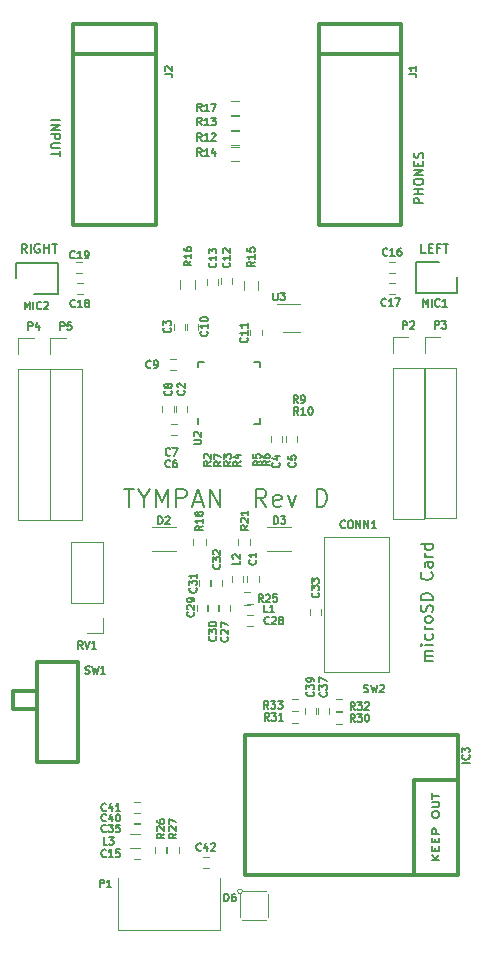
<source format=gbr>
G04 #@! TF.FileFunction,Legend,Top*
%FSLAX46Y46*%
G04 Gerber Fmt 4.6, Leading zero omitted, Abs format (unit mm)*
G04 Created by KiCad (PCBNEW 4.0.6) date Friday, April 06, 2018 'AMt' 10:50:20 AM*
%MOMM*%
%LPD*%
G01*
G04 APERTURE LIST*
%ADD10C,0.100000*%
%ADD11C,0.200000*%
%ADD12C,0.177800*%
%ADD13C,0.300000*%
%ADD14C,0.120000*%
%ADD15C,0.150000*%
%ADD16C,0.127000*%
G04 APERTURE END LIST*
D10*
D11*
X150402381Y-97758572D02*
X149735714Y-97758572D01*
X149830952Y-97758572D02*
X149783333Y-97710953D01*
X149735714Y-97615715D01*
X149735714Y-97472857D01*
X149783333Y-97377619D01*
X149878571Y-97330000D01*
X150402381Y-97330000D01*
X149878571Y-97330000D02*
X149783333Y-97282381D01*
X149735714Y-97187143D01*
X149735714Y-97044286D01*
X149783333Y-96949048D01*
X149878571Y-96901429D01*
X150402381Y-96901429D01*
X150402381Y-96425239D02*
X149735714Y-96425239D01*
X149402381Y-96425239D02*
X149450000Y-96472858D01*
X149497619Y-96425239D01*
X149450000Y-96377620D01*
X149402381Y-96425239D01*
X149497619Y-96425239D01*
X150354762Y-95520477D02*
X150402381Y-95615715D01*
X150402381Y-95806192D01*
X150354762Y-95901430D01*
X150307143Y-95949049D01*
X150211905Y-95996668D01*
X149926190Y-95996668D01*
X149830952Y-95949049D01*
X149783333Y-95901430D01*
X149735714Y-95806192D01*
X149735714Y-95615715D01*
X149783333Y-95520477D01*
X150402381Y-95091906D02*
X149735714Y-95091906D01*
X149926190Y-95091906D02*
X149830952Y-95044287D01*
X149783333Y-94996668D01*
X149735714Y-94901430D01*
X149735714Y-94806191D01*
X150402381Y-94330001D02*
X150354762Y-94425239D01*
X150307143Y-94472858D01*
X150211905Y-94520477D01*
X149926190Y-94520477D01*
X149830952Y-94472858D01*
X149783333Y-94425239D01*
X149735714Y-94330001D01*
X149735714Y-94187143D01*
X149783333Y-94091905D01*
X149830952Y-94044286D01*
X149926190Y-93996667D01*
X150211905Y-93996667D01*
X150307143Y-94044286D01*
X150354762Y-94091905D01*
X150402381Y-94187143D01*
X150402381Y-94330001D01*
X150354762Y-93615715D02*
X150402381Y-93472858D01*
X150402381Y-93234762D01*
X150354762Y-93139524D01*
X150307143Y-93091905D01*
X150211905Y-93044286D01*
X150116667Y-93044286D01*
X150021429Y-93091905D01*
X149973810Y-93139524D01*
X149926190Y-93234762D01*
X149878571Y-93425239D01*
X149830952Y-93520477D01*
X149783333Y-93568096D01*
X149688095Y-93615715D01*
X149592857Y-93615715D01*
X149497619Y-93568096D01*
X149450000Y-93520477D01*
X149402381Y-93425239D01*
X149402381Y-93187143D01*
X149450000Y-93044286D01*
X150402381Y-92615715D02*
X149402381Y-92615715D01*
X149402381Y-92377620D01*
X149450000Y-92234762D01*
X149545238Y-92139524D01*
X149640476Y-92091905D01*
X149830952Y-92044286D01*
X149973810Y-92044286D01*
X150164286Y-92091905D01*
X150259524Y-92139524D01*
X150354762Y-92234762D01*
X150402381Y-92377620D01*
X150402381Y-92615715D01*
X150307143Y-90282381D02*
X150354762Y-90330000D01*
X150402381Y-90472857D01*
X150402381Y-90568095D01*
X150354762Y-90710953D01*
X150259524Y-90806191D01*
X150164286Y-90853810D01*
X149973810Y-90901429D01*
X149830952Y-90901429D01*
X149640476Y-90853810D01*
X149545238Y-90806191D01*
X149450000Y-90710953D01*
X149402381Y-90568095D01*
X149402381Y-90472857D01*
X149450000Y-90330000D01*
X149497619Y-90282381D01*
X150402381Y-89425238D02*
X149878571Y-89425238D01*
X149783333Y-89472857D01*
X149735714Y-89568095D01*
X149735714Y-89758572D01*
X149783333Y-89853810D01*
X150354762Y-89425238D02*
X150402381Y-89520476D01*
X150402381Y-89758572D01*
X150354762Y-89853810D01*
X150259524Y-89901429D01*
X150164286Y-89901429D01*
X150069048Y-89853810D01*
X150021429Y-89758572D01*
X150021429Y-89520476D01*
X149973810Y-89425238D01*
X150402381Y-88949048D02*
X149735714Y-88949048D01*
X149926190Y-88949048D02*
X149830952Y-88901429D01*
X149783333Y-88853810D01*
X149735714Y-88758572D01*
X149735714Y-88663333D01*
X150402381Y-87901428D02*
X149402381Y-87901428D01*
X150354762Y-87901428D02*
X150402381Y-87996666D01*
X150402381Y-88187143D01*
X150354762Y-88282381D01*
X150307143Y-88330000D01*
X150211905Y-88377619D01*
X149926190Y-88377619D01*
X149830952Y-88330000D01*
X149783333Y-88282381D01*
X149735714Y-88187143D01*
X149735714Y-87996666D01*
X149783333Y-87901428D01*
D12*
X124277714Y-83195429D02*
X125148571Y-83195429D01*
X124713142Y-84719429D02*
X124713142Y-83195429D01*
X125946857Y-83993714D02*
X125946857Y-84719429D01*
X125438857Y-83195429D02*
X125946857Y-83993714D01*
X126454857Y-83195429D01*
X126962857Y-84719429D02*
X126962857Y-83195429D01*
X127470857Y-84284000D01*
X127978857Y-83195429D01*
X127978857Y-84719429D01*
X128704571Y-84719429D02*
X128704571Y-83195429D01*
X129285143Y-83195429D01*
X129430285Y-83268000D01*
X129502857Y-83340571D01*
X129575428Y-83485714D01*
X129575428Y-83703429D01*
X129502857Y-83848571D01*
X129430285Y-83921143D01*
X129285143Y-83993714D01*
X128704571Y-83993714D01*
X130156000Y-84284000D02*
X130881714Y-84284000D01*
X130010857Y-84719429D02*
X130518857Y-83195429D01*
X131026857Y-84719429D01*
X131534857Y-84719429D02*
X131534857Y-83195429D01*
X132405714Y-84719429D01*
X132405714Y-83195429D01*
X136324571Y-84719429D02*
X135816571Y-83993714D01*
X135453714Y-84719429D02*
X135453714Y-83195429D01*
X136034286Y-83195429D01*
X136179428Y-83268000D01*
X136252000Y-83340571D01*
X136324571Y-83485714D01*
X136324571Y-83703429D01*
X136252000Y-83848571D01*
X136179428Y-83921143D01*
X136034286Y-83993714D01*
X135453714Y-83993714D01*
X137558286Y-84646857D02*
X137413143Y-84719429D01*
X137122857Y-84719429D01*
X136977714Y-84646857D01*
X136905143Y-84501714D01*
X136905143Y-83921143D01*
X136977714Y-83776000D01*
X137122857Y-83703429D01*
X137413143Y-83703429D01*
X137558286Y-83776000D01*
X137630857Y-83921143D01*
X137630857Y-84066286D01*
X136905143Y-84211429D01*
X138138857Y-83703429D02*
X138501714Y-84719429D01*
X138864572Y-83703429D01*
X140606286Y-84719429D02*
X140606286Y-83195429D01*
X140969143Y-83195429D01*
X141186858Y-83268000D01*
X141332000Y-83413143D01*
X141404572Y-83558286D01*
X141477143Y-83848571D01*
X141477143Y-84066286D01*
X141404572Y-84356571D01*
X141332000Y-84501714D01*
X141186858Y-84646857D01*
X140969143Y-84719429D01*
X140606286Y-84719429D01*
X118105286Y-52010429D02*
X118867286Y-52010429D01*
X118105286Y-52373286D02*
X118867286Y-52373286D01*
X118105286Y-52808714D01*
X118867286Y-52808714D01*
X118105286Y-53171572D02*
X118867286Y-53171572D01*
X118867286Y-53461857D01*
X118831000Y-53534429D01*
X118794714Y-53570714D01*
X118722143Y-53607000D01*
X118613286Y-53607000D01*
X118540714Y-53570714D01*
X118504429Y-53534429D01*
X118468143Y-53461857D01*
X118468143Y-53171572D01*
X118867286Y-53933572D02*
X118250429Y-53933572D01*
X118177857Y-53969857D01*
X118141571Y-54006143D01*
X118105286Y-54078714D01*
X118105286Y-54223857D01*
X118141571Y-54296429D01*
X118177857Y-54332714D01*
X118250429Y-54369000D01*
X118867286Y-54369000D01*
X118867286Y-54623000D02*
X118867286Y-55058429D01*
X118105286Y-54840715D02*
X118867286Y-54840715D01*
X149594714Y-58984571D02*
X148832714Y-58984571D01*
X148832714Y-58694286D01*
X148869000Y-58621714D01*
X148905286Y-58585429D01*
X148977857Y-58549143D01*
X149086714Y-58549143D01*
X149159286Y-58585429D01*
X149195571Y-58621714D01*
X149231857Y-58694286D01*
X149231857Y-58984571D01*
X149594714Y-58222571D02*
X148832714Y-58222571D01*
X149195571Y-58222571D02*
X149195571Y-57787143D01*
X149594714Y-57787143D02*
X148832714Y-57787143D01*
X148832714Y-57279143D02*
X148832714Y-57134000D01*
X148869000Y-57061428D01*
X148941571Y-56988857D01*
X149086714Y-56952571D01*
X149340714Y-56952571D01*
X149485857Y-56988857D01*
X149558429Y-57061428D01*
X149594714Y-57134000D01*
X149594714Y-57279143D01*
X149558429Y-57351714D01*
X149485857Y-57424285D01*
X149340714Y-57460571D01*
X149086714Y-57460571D01*
X148941571Y-57424285D01*
X148869000Y-57351714D01*
X148832714Y-57279143D01*
X149594714Y-56625999D02*
X148832714Y-56625999D01*
X149594714Y-56190571D01*
X148832714Y-56190571D01*
X149195571Y-55827713D02*
X149195571Y-55573713D01*
X149594714Y-55464856D02*
X149594714Y-55827713D01*
X148832714Y-55827713D01*
X148832714Y-55464856D01*
X149558429Y-55174570D02*
X149594714Y-55065713D01*
X149594714Y-54884284D01*
X149558429Y-54811713D01*
X149522143Y-54775427D01*
X149449571Y-54739142D01*
X149377000Y-54739142D01*
X149304429Y-54775427D01*
X149268143Y-54811713D01*
X149231857Y-54884284D01*
X149195571Y-55029427D01*
X149159286Y-55101999D01*
X149123000Y-55138284D01*
X149050429Y-55174570D01*
X148977857Y-55174570D01*
X148905286Y-55138284D01*
X148869000Y-55101999D01*
X148832714Y-55029427D01*
X148832714Y-54847999D01*
X148869000Y-54739142D01*
X116034000Y-63224714D02*
X115780000Y-62861857D01*
X115598572Y-63224714D02*
X115598572Y-62462714D01*
X115888857Y-62462714D01*
X115961429Y-62499000D01*
X115997714Y-62535286D01*
X116034000Y-62607857D01*
X116034000Y-62716714D01*
X115997714Y-62789286D01*
X115961429Y-62825571D01*
X115888857Y-62861857D01*
X115598572Y-62861857D01*
X116360572Y-63224714D02*
X116360572Y-62462714D01*
X117122571Y-62499000D02*
X117050000Y-62462714D01*
X116941143Y-62462714D01*
X116832286Y-62499000D01*
X116759714Y-62571571D01*
X116723429Y-62644143D01*
X116687143Y-62789286D01*
X116687143Y-62898143D01*
X116723429Y-63043286D01*
X116759714Y-63115857D01*
X116832286Y-63188429D01*
X116941143Y-63224714D01*
X117013714Y-63224714D01*
X117122571Y-63188429D01*
X117158857Y-63152143D01*
X117158857Y-62898143D01*
X117013714Y-62898143D01*
X117485429Y-63224714D02*
X117485429Y-62462714D01*
X117485429Y-62825571D02*
X117920857Y-62825571D01*
X117920857Y-63224714D02*
X117920857Y-62462714D01*
X118174857Y-62462714D02*
X118610286Y-62462714D01*
X118392572Y-63224714D02*
X118392572Y-62462714D01*
X149824286Y-63224714D02*
X149461429Y-63224714D01*
X149461429Y-62462714D01*
X150078286Y-62825571D02*
X150332286Y-62825571D01*
X150441143Y-63224714D02*
X150078286Y-63224714D01*
X150078286Y-62462714D01*
X150441143Y-62462714D01*
X151021715Y-62825571D02*
X150767715Y-62825571D01*
X150767715Y-63224714D02*
X150767715Y-62462714D01*
X151130572Y-62462714D01*
X151312000Y-62462714D02*
X151747429Y-62462714D01*
X151529715Y-63224714D02*
X151529715Y-62462714D01*
D13*
X152550000Y-107880000D02*
X148800000Y-107880000D01*
X148800000Y-107880000D02*
X148800000Y-115880000D01*
X152550000Y-104080000D02*
X152550000Y-115880000D01*
X152550000Y-115880000D02*
X134550000Y-115880000D01*
X134550000Y-115880000D02*
X134550000Y-104080000D01*
X134550000Y-104080000D02*
X152550000Y-104080000D01*
D14*
X128650000Y-86410000D02*
X126650000Y-86410000D01*
X126650000Y-88450000D02*
X128650000Y-88450000D01*
X136400000Y-88500000D02*
X138400000Y-88500000D01*
X138400000Y-86460000D02*
X136400000Y-86460000D01*
D15*
X115168200Y-64093000D02*
X115168200Y-65393000D01*
X118668200Y-66693000D02*
X116668200Y-66693000D01*
X118668200Y-64043000D02*
X118668200Y-66693000D01*
X115168200Y-64043000D02*
X118668200Y-64043000D01*
D14*
X133300000Y-52930000D02*
X134000000Y-52930000D01*
X134000000Y-54130000D02*
X133300000Y-54130000D01*
X133300000Y-51630000D02*
X134000000Y-51630000D01*
X134000000Y-52830000D02*
X133300000Y-52830000D01*
X134000000Y-55430000D02*
X133300000Y-55430000D01*
X133300000Y-54230000D02*
X134000000Y-54230000D01*
X134425000Y-66330000D02*
X134425000Y-65630000D01*
X135625000Y-65630000D02*
X135625000Y-66330000D01*
X130250000Y-65555000D02*
X130250000Y-66255000D01*
X129050000Y-66255000D02*
X129050000Y-65555000D01*
X134000000Y-51530000D02*
X133300000Y-51530000D01*
X133300000Y-50330000D02*
X134000000Y-50330000D01*
D15*
X130569600Y-72422000D02*
X131069600Y-72422000D01*
X135819600Y-77672000D02*
X135319600Y-77672000D01*
X135819600Y-72422000D02*
X135319600Y-72422000D01*
X130569600Y-77672000D02*
X130569600Y-77172000D01*
X135819600Y-77672000D02*
X135819600Y-77172000D01*
X135819600Y-72422000D02*
X135819600Y-72922000D01*
X130569600Y-72422000D02*
X130569600Y-72922000D01*
X152462467Y-66607529D02*
X152462467Y-65307529D01*
X148962467Y-64007529D02*
X150962467Y-64007529D01*
X148962467Y-66657529D02*
X148962467Y-64007529D01*
X152462467Y-66657529D02*
X148962467Y-66657529D01*
D13*
X126950000Y-46380000D02*
X119950000Y-46380000D01*
X126950000Y-49880000D02*
X126950000Y-60880000D01*
X126950000Y-60880000D02*
X119950000Y-60880000D01*
X119950000Y-60880000D02*
X119950000Y-49880000D01*
X126950000Y-49880000D02*
X126950000Y-43880000D01*
X126950000Y-43880000D02*
X119950000Y-43880000D01*
X119950000Y-43880000D02*
X119950000Y-49880000D01*
X147750000Y-46380000D02*
X140750000Y-46380000D01*
X147750000Y-49880000D02*
X147750000Y-60880000D01*
X147750000Y-60880000D02*
X140750000Y-60880000D01*
X140750000Y-60880000D02*
X140750000Y-49880000D01*
X147750000Y-49880000D02*
X147750000Y-43880000D01*
X147750000Y-43880000D02*
X140750000Y-43880000D01*
X140750000Y-43880000D02*
X140750000Y-49880000D01*
D14*
X135670000Y-91080000D02*
X135670000Y-90580000D01*
X134730000Y-90580000D02*
X134730000Y-91080000D01*
X129587900Y-76719400D02*
X129587900Y-76219400D01*
X128647900Y-76219400D02*
X128647900Y-76719400D01*
X129460900Y-69747100D02*
X129460900Y-69247100D01*
X128520900Y-69247100D02*
X128520900Y-69747100D01*
X136730600Y-78739300D02*
X136730600Y-79239300D01*
X137670600Y-79239300D02*
X137670600Y-78739300D01*
X138026000Y-78739300D02*
X138026000Y-79239300D01*
X138966000Y-79239300D02*
X138966000Y-78739300D01*
X128296400Y-79619100D02*
X128796400Y-79619100D01*
X128796400Y-78679100D02*
X128296400Y-78679100D01*
X128296400Y-78641200D02*
X128796400Y-78641200D01*
X128796400Y-77701200D02*
X128296400Y-77701200D01*
X128470300Y-76719400D02*
X128470300Y-76219400D01*
X127530300Y-76219400D02*
X127530300Y-76719400D01*
X128200000Y-73150000D02*
X128700000Y-73150000D01*
X128700000Y-72210000D02*
X128200000Y-72210000D01*
X129575000Y-69247100D02*
X129575000Y-69747100D01*
X130515000Y-69747100D02*
X130515000Y-69247100D01*
X134985200Y-69717000D02*
X134985200Y-70217000D01*
X135925200Y-70217000D02*
X135925200Y-69717000D01*
X132455000Y-65380000D02*
X132455000Y-65880000D01*
X133395000Y-65880000D02*
X133395000Y-65380000D01*
X131305000Y-65405000D02*
X131305000Y-65905000D01*
X132245000Y-65905000D02*
X132245000Y-65405000D01*
X125100000Y-114550000D02*
X125600000Y-114550000D01*
X125600000Y-113610000D02*
X125100000Y-113610000D01*
X147242266Y-63978531D02*
X146742266Y-63978531D01*
X146742266Y-64918531D02*
X147242266Y-64918531D01*
X147242266Y-65769231D02*
X146742266Y-65769231D01*
X146742266Y-66709231D02*
X147242266Y-66709231D01*
X120286800Y-66722000D02*
X120786800Y-66722000D01*
X120786800Y-65782000D02*
X120286800Y-65782000D01*
X120248700Y-64969400D02*
X120748700Y-64969400D01*
X120748700Y-64029400D02*
X120248700Y-64029400D01*
X131180000Y-87930000D02*
X131180000Y-87430000D01*
X130120000Y-87430000D02*
X130120000Y-87930000D01*
X134980000Y-87930000D02*
X134980000Y-87430000D01*
X133920000Y-87430000D02*
X133920000Y-87930000D01*
X133220000Y-93530000D02*
X133220000Y-93030000D01*
X132280000Y-93030000D02*
X132280000Y-93530000D01*
X135200000Y-93910000D02*
X134700000Y-93910000D01*
X134700000Y-94850000D02*
X135200000Y-94850000D01*
X131370000Y-93530000D02*
X131370000Y-93030000D01*
X130430000Y-93030000D02*
X130430000Y-93530000D01*
X132270000Y-93530000D02*
X132270000Y-93030000D01*
X131330000Y-93030000D02*
X131330000Y-93530000D01*
X130655000Y-90955000D02*
X130655000Y-91455000D01*
X131595000Y-91455000D02*
X131595000Y-90955000D01*
X131655000Y-90955000D02*
X131655000Y-91455000D01*
X132595000Y-91455000D02*
X132595000Y-90955000D01*
D10*
X123800000Y-116180000D02*
X123800000Y-120530000D01*
X123800000Y-120530000D02*
X132400000Y-120530000D01*
X132400000Y-120530000D02*
X132400000Y-116180000D01*
D14*
X134450000Y-93010000D02*
X134950000Y-93010000D01*
X134950000Y-91950000D02*
X134450000Y-91950000D01*
X126870000Y-113530000D02*
X126870000Y-114030000D01*
X127930000Y-114030000D02*
X127930000Y-113530000D01*
X127870000Y-113530000D02*
X127870000Y-114030000D01*
X128930000Y-114030000D02*
X128930000Y-113530000D01*
X122480000Y-87695000D02*
X119820000Y-87695000D01*
X122480000Y-92835000D02*
X122480000Y-87695000D01*
X119820000Y-92835000D02*
X119820000Y-87695000D01*
X122480000Y-92835000D02*
X119820000Y-92835000D01*
X122480000Y-94105000D02*
X122480000Y-95435000D01*
X122480000Y-95435000D02*
X121150000Y-95435000D01*
X140970000Y-93880000D02*
X140970000Y-93380000D01*
X140030000Y-93380000D02*
X140030000Y-93880000D01*
X141645000Y-102255000D02*
X141645000Y-101755000D01*
X140705000Y-101755000D02*
X140705000Y-102255000D01*
X140520000Y-102230000D02*
X140520000Y-101730000D01*
X139580000Y-101730000D02*
X139580000Y-102230000D01*
D10*
X134300000Y-117280000D02*
G75*
G03X134300000Y-117280000I-200000J0D01*
G01*
X134100000Y-119480000D02*
X134100000Y-117480000D01*
X134300000Y-117280000D02*
X136300000Y-117280000D01*
X136500000Y-117480000D02*
X136500000Y-119480000D01*
X136300000Y-119680000D02*
X134300000Y-119680000D01*
D14*
X149720000Y-85710000D02*
X152380000Y-85710000D01*
X149720000Y-72950000D02*
X149720000Y-85710000D01*
X152380000Y-72950000D02*
X152380000Y-85710000D01*
X149720000Y-72950000D02*
X152380000Y-72950000D01*
X149720000Y-71680000D02*
X149720000Y-70350000D01*
X149720000Y-70350000D02*
X151050000Y-70350000D01*
X115320000Y-85810000D02*
X117980000Y-85810000D01*
X115320000Y-73050000D02*
X115320000Y-85810000D01*
X117980000Y-73050000D02*
X117980000Y-85810000D01*
X115320000Y-73050000D02*
X117980000Y-73050000D01*
X115320000Y-71780000D02*
X115320000Y-70450000D01*
X115320000Y-70450000D02*
X116650000Y-70450000D01*
X142225000Y-103085000D02*
X142725000Y-103085000D01*
X142725000Y-102025000D02*
X142225000Y-102025000D01*
X139000000Y-102000000D02*
X138500000Y-102000000D01*
X138500000Y-103060000D02*
X139000000Y-103060000D01*
X142725000Y-101025000D02*
X142225000Y-101025000D01*
X142225000Y-102085000D02*
X142725000Y-102085000D01*
X138500000Y-102035000D02*
X139000000Y-102035000D01*
X139000000Y-100975000D02*
X138500000Y-100975000D01*
X135200000Y-92960000D02*
X134700000Y-92960000D01*
X134700000Y-93900000D02*
X135200000Y-93900000D01*
X133380000Y-90580000D02*
X133380000Y-91080000D01*
X134320000Y-91080000D02*
X134320000Y-90580000D01*
D13*
X116900000Y-101830000D02*
X114900000Y-101830000D01*
X114900000Y-101830000D02*
X114900000Y-100330000D01*
X114900000Y-100330000D02*
X116900000Y-100330000D01*
X120400000Y-97830000D02*
X120400000Y-106330000D01*
X120400000Y-106330000D02*
X116900000Y-106330000D01*
X116900000Y-106330000D02*
X116900000Y-97830000D01*
X116900000Y-97830000D02*
X120400000Y-97830000D01*
D14*
X125600000Y-111510000D02*
X125100000Y-111510000D01*
X125100000Y-112450000D02*
X125600000Y-112450000D01*
X125600000Y-110610000D02*
X125100000Y-110610000D01*
X125100000Y-111550000D02*
X125600000Y-111550000D01*
X125600000Y-109710000D02*
X125100000Y-109710000D01*
X125100000Y-110650000D02*
X125600000Y-110650000D01*
X131450000Y-114360000D02*
X130950000Y-114360000D01*
X130950000Y-115300000D02*
X131450000Y-115300000D01*
X124800000Y-112430000D02*
X125500000Y-112430000D01*
X125500000Y-113630000D02*
X124800000Y-113630000D01*
X118020000Y-85810000D02*
X120680000Y-85810000D01*
X118020000Y-73050000D02*
X118020000Y-85810000D01*
X120680000Y-73050000D02*
X120680000Y-85810000D01*
X118020000Y-73050000D02*
X120680000Y-73050000D01*
X118020000Y-71780000D02*
X118020000Y-70450000D01*
X118020000Y-70450000D02*
X119350000Y-70450000D01*
X139150000Y-67570000D02*
X137250000Y-67570000D01*
X137750000Y-69890000D02*
X139150000Y-69890000D01*
X147020000Y-85735000D02*
X149680000Y-85735000D01*
X147020000Y-72975000D02*
X147020000Y-85735000D01*
X149680000Y-72975000D02*
X149680000Y-85735000D01*
X147020000Y-72975000D02*
X149680000Y-72975000D01*
X147020000Y-71705000D02*
X147020000Y-70375000D01*
X147020000Y-70375000D02*
X148350000Y-70375000D01*
D10*
X141250000Y-87280000D02*
X146750000Y-87280000D01*
X146750000Y-87280000D02*
X146750000Y-98680000D01*
X146750000Y-98680000D02*
X141250000Y-98680000D01*
X141250000Y-98680000D02*
X141250000Y-87280000D01*
D16*
X153537262Y-106399881D02*
X152902262Y-106399881D01*
X153476786Y-105734642D02*
X153507024Y-105764880D01*
X153537262Y-105855595D01*
X153537262Y-105916071D01*
X153507024Y-106006785D01*
X153446548Y-106067261D01*
X153386071Y-106097500D01*
X153265119Y-106127738D01*
X153174405Y-106127738D01*
X153053452Y-106097500D01*
X152992976Y-106067261D01*
X152932500Y-106006785D01*
X152902262Y-105916071D01*
X152902262Y-105855595D01*
X152932500Y-105764880D01*
X152962738Y-105734642D01*
X152902262Y-105522976D02*
X152902262Y-105129880D01*
X153144167Y-105341547D01*
X153144167Y-105250833D01*
X153174405Y-105190357D01*
X153204643Y-105160119D01*
X153265119Y-105129880D01*
X153416310Y-105129880D01*
X153476786Y-105160119D01*
X153507024Y-105190357D01*
X153537262Y-105250833D01*
X153537262Y-105432261D01*
X153507024Y-105492738D01*
X153476786Y-105522976D01*
D15*
X150946429Y-114660953D02*
X150346429Y-114660953D01*
X150946429Y-114203810D02*
X150603571Y-114546667D01*
X150346429Y-114203810D02*
X150689286Y-114660953D01*
X150632143Y-113860953D02*
X150632143Y-113594286D01*
X150946429Y-113480000D02*
X150946429Y-113860953D01*
X150346429Y-113860953D01*
X150346429Y-113480000D01*
X150632143Y-113137143D02*
X150632143Y-112870476D01*
X150946429Y-112756190D02*
X150946429Y-113137143D01*
X150346429Y-113137143D01*
X150346429Y-112756190D01*
X150946429Y-112413333D02*
X150346429Y-112413333D01*
X150346429Y-112108571D01*
X150375000Y-112032380D01*
X150403571Y-111994285D01*
X150460714Y-111956190D01*
X150546429Y-111956190D01*
X150603571Y-111994285D01*
X150632143Y-112032380D01*
X150660714Y-112108571D01*
X150660714Y-112413333D01*
X150346429Y-110851428D02*
X150346429Y-110699047D01*
X150375000Y-110622856D01*
X150432143Y-110546666D01*
X150546429Y-110508571D01*
X150746429Y-110508571D01*
X150860714Y-110546666D01*
X150917857Y-110622856D01*
X150946429Y-110699047D01*
X150946429Y-110851428D01*
X150917857Y-110927618D01*
X150860714Y-111003809D01*
X150746429Y-111041904D01*
X150546429Y-111041904D01*
X150432143Y-111003809D01*
X150375000Y-110927618D01*
X150346429Y-110851428D01*
X150346429Y-110165714D02*
X150832143Y-110165714D01*
X150889286Y-110127619D01*
X150917857Y-110089523D01*
X150946429Y-110013333D01*
X150946429Y-109860952D01*
X150917857Y-109784761D01*
X150889286Y-109746666D01*
X150832143Y-109708571D01*
X150346429Y-109708571D01*
X150346429Y-109441905D02*
X150346429Y-108984762D01*
X150946429Y-109213333D02*
X150346429Y-109213333D01*
D16*
X127181309Y-86167262D02*
X127181309Y-85532262D01*
X127332500Y-85532262D01*
X127423214Y-85562500D01*
X127483690Y-85622976D01*
X127513929Y-85683452D01*
X127544167Y-85804405D01*
X127544167Y-85895119D01*
X127513929Y-86016071D01*
X127483690Y-86076548D01*
X127423214Y-86137024D01*
X127332500Y-86167262D01*
X127181309Y-86167262D01*
X127786071Y-85592738D02*
X127816309Y-85562500D01*
X127876786Y-85532262D01*
X128027976Y-85532262D01*
X128088452Y-85562500D01*
X128118690Y-85592738D01*
X128148929Y-85653214D01*
X128148929Y-85713690D01*
X128118690Y-85804405D01*
X127755833Y-86167262D01*
X128148929Y-86167262D01*
X136981309Y-86167262D02*
X136981309Y-85532262D01*
X137132500Y-85532262D01*
X137223214Y-85562500D01*
X137283690Y-85622976D01*
X137313929Y-85683452D01*
X137344167Y-85804405D01*
X137344167Y-85895119D01*
X137313929Y-86016071D01*
X137283690Y-86076548D01*
X137223214Y-86137024D01*
X137132500Y-86167262D01*
X136981309Y-86167262D01*
X137555833Y-85532262D02*
X137948929Y-85532262D01*
X137737262Y-85774167D01*
X137827976Y-85774167D01*
X137888452Y-85804405D01*
X137918690Y-85834643D01*
X137948929Y-85895119D01*
X137948929Y-86046310D01*
X137918690Y-86106786D01*
X137888452Y-86137024D01*
X137827976Y-86167262D01*
X137646548Y-86167262D01*
X137586071Y-86137024D01*
X137555833Y-86106786D01*
X115871062Y-67992062D02*
X115871062Y-67357062D01*
X116082729Y-67810633D01*
X116294396Y-67357062D01*
X116294396Y-67992062D01*
X116596776Y-67992062D02*
X116596776Y-67357062D01*
X117262015Y-67931586D02*
X117231777Y-67961824D01*
X117141062Y-67992062D01*
X117080586Y-67992062D01*
X116989872Y-67961824D01*
X116929396Y-67901348D01*
X116899157Y-67840871D01*
X116868919Y-67719919D01*
X116868919Y-67629205D01*
X116899157Y-67508252D01*
X116929396Y-67447776D01*
X116989872Y-67387300D01*
X117080586Y-67357062D01*
X117141062Y-67357062D01*
X117231777Y-67387300D01*
X117262015Y-67417538D01*
X117503919Y-67417538D02*
X117534157Y-67387300D01*
X117594634Y-67357062D01*
X117745824Y-67357062D01*
X117806300Y-67387300D01*
X117836538Y-67417538D01*
X117866777Y-67478014D01*
X117866777Y-67538490D01*
X117836538Y-67629205D01*
X117473681Y-67992062D01*
X117866777Y-67992062D01*
X130841786Y-53717262D02*
X130630119Y-53414881D01*
X130478928Y-53717262D02*
X130478928Y-53082262D01*
X130720833Y-53082262D01*
X130781309Y-53112500D01*
X130811548Y-53142738D01*
X130841786Y-53203214D01*
X130841786Y-53293929D01*
X130811548Y-53354405D01*
X130781309Y-53384643D01*
X130720833Y-53414881D01*
X130478928Y-53414881D01*
X131446548Y-53717262D02*
X131083690Y-53717262D01*
X131265119Y-53717262D02*
X131265119Y-53082262D01*
X131204643Y-53172976D01*
X131144167Y-53233452D01*
X131083690Y-53263690D01*
X131688452Y-53142738D02*
X131718690Y-53112500D01*
X131779167Y-53082262D01*
X131930357Y-53082262D01*
X131990833Y-53112500D01*
X132021071Y-53142738D01*
X132051310Y-53203214D01*
X132051310Y-53263690D01*
X132021071Y-53354405D01*
X131658214Y-53717262D01*
X132051310Y-53717262D01*
X130841786Y-52417262D02*
X130630119Y-52114881D01*
X130478928Y-52417262D02*
X130478928Y-51782262D01*
X130720833Y-51782262D01*
X130781309Y-51812500D01*
X130811548Y-51842738D01*
X130841786Y-51903214D01*
X130841786Y-51993929D01*
X130811548Y-52054405D01*
X130781309Y-52084643D01*
X130720833Y-52114881D01*
X130478928Y-52114881D01*
X131446548Y-52417262D02*
X131083690Y-52417262D01*
X131265119Y-52417262D02*
X131265119Y-51782262D01*
X131204643Y-51872976D01*
X131144167Y-51933452D01*
X131083690Y-51963690D01*
X131658214Y-51782262D02*
X132051310Y-51782262D01*
X131839643Y-52024167D01*
X131930357Y-52024167D01*
X131990833Y-52054405D01*
X132021071Y-52084643D01*
X132051310Y-52145119D01*
X132051310Y-52296310D01*
X132021071Y-52356786D01*
X131990833Y-52387024D01*
X131930357Y-52417262D01*
X131748929Y-52417262D01*
X131688452Y-52387024D01*
X131658214Y-52356786D01*
X130841786Y-55017262D02*
X130630119Y-54714881D01*
X130478928Y-55017262D02*
X130478928Y-54382262D01*
X130720833Y-54382262D01*
X130781309Y-54412500D01*
X130811548Y-54442738D01*
X130841786Y-54503214D01*
X130841786Y-54593929D01*
X130811548Y-54654405D01*
X130781309Y-54684643D01*
X130720833Y-54714881D01*
X130478928Y-54714881D01*
X131446548Y-55017262D02*
X131083690Y-55017262D01*
X131265119Y-55017262D02*
X131265119Y-54382262D01*
X131204643Y-54472976D01*
X131144167Y-54533452D01*
X131083690Y-54563690D01*
X131990833Y-54593929D02*
X131990833Y-55017262D01*
X131839643Y-54352024D02*
X131688452Y-54805595D01*
X132081548Y-54805595D01*
X135351562Y-63963514D02*
X135049181Y-64175181D01*
X135351562Y-64326372D02*
X134716562Y-64326372D01*
X134716562Y-64084467D01*
X134746800Y-64023991D01*
X134777038Y-63993752D01*
X134837514Y-63963514D01*
X134928229Y-63963514D01*
X134988705Y-63993752D01*
X135018943Y-64023991D01*
X135049181Y-64084467D01*
X135049181Y-64326372D01*
X135351562Y-63358752D02*
X135351562Y-63721610D01*
X135351562Y-63540181D02*
X134716562Y-63540181D01*
X134807276Y-63600657D01*
X134867752Y-63661133D01*
X134897990Y-63721610D01*
X134716562Y-62784229D02*
X134716562Y-63086610D01*
X135018943Y-63116848D01*
X134988705Y-63086610D01*
X134958467Y-63026133D01*
X134958467Y-62874943D01*
X134988705Y-62814467D01*
X135018943Y-62784229D01*
X135079419Y-62753990D01*
X135230610Y-62753990D01*
X135291086Y-62784229D01*
X135321324Y-62814467D01*
X135351562Y-62874943D01*
X135351562Y-63026133D01*
X135321324Y-63086610D01*
X135291086Y-63116848D01*
X129985162Y-63927014D02*
X129682781Y-64138681D01*
X129985162Y-64289872D02*
X129350162Y-64289872D01*
X129350162Y-64047967D01*
X129380400Y-63987491D01*
X129410638Y-63957252D01*
X129471114Y-63927014D01*
X129561829Y-63927014D01*
X129622305Y-63957252D01*
X129652543Y-63987491D01*
X129682781Y-64047967D01*
X129682781Y-64289872D01*
X129985162Y-63322252D02*
X129985162Y-63685110D01*
X129985162Y-63503681D02*
X129350162Y-63503681D01*
X129440876Y-63564157D01*
X129501352Y-63624633D01*
X129531590Y-63685110D01*
X129350162Y-62777967D02*
X129350162Y-62898919D01*
X129380400Y-62959395D01*
X129410638Y-62989633D01*
X129501352Y-63050110D01*
X129622305Y-63080348D01*
X129864210Y-63080348D01*
X129924686Y-63050110D01*
X129954924Y-63019871D01*
X129985162Y-62959395D01*
X129985162Y-62838443D01*
X129954924Y-62777967D01*
X129924686Y-62747729D01*
X129864210Y-62717490D01*
X129713019Y-62717490D01*
X129652543Y-62747729D01*
X129622305Y-62777967D01*
X129592067Y-62838443D01*
X129592067Y-62959395D01*
X129622305Y-63019871D01*
X129652543Y-63050110D01*
X129713019Y-63080348D01*
X130841786Y-51217262D02*
X130630119Y-50914881D01*
X130478928Y-51217262D02*
X130478928Y-50582262D01*
X130720833Y-50582262D01*
X130781309Y-50612500D01*
X130811548Y-50642738D01*
X130841786Y-50703214D01*
X130841786Y-50793929D01*
X130811548Y-50854405D01*
X130781309Y-50884643D01*
X130720833Y-50914881D01*
X130478928Y-50914881D01*
X131446548Y-51217262D02*
X131083690Y-51217262D01*
X131265119Y-51217262D02*
X131265119Y-50582262D01*
X131204643Y-50672976D01*
X131144167Y-50733452D01*
X131083690Y-50763690D01*
X131658214Y-50582262D02*
X132081548Y-50582262D01*
X131809405Y-51217262D01*
X130179862Y-79391610D02*
X130693910Y-79391610D01*
X130754386Y-79361371D01*
X130784624Y-79331133D01*
X130814862Y-79270657D01*
X130814862Y-79149705D01*
X130784624Y-79089229D01*
X130754386Y-79058990D01*
X130693910Y-79028752D01*
X130179862Y-79028752D01*
X130240338Y-78756610D02*
X130210100Y-78726372D01*
X130179862Y-78665895D01*
X130179862Y-78514705D01*
X130210100Y-78454229D01*
X130240338Y-78423991D01*
X130300814Y-78393752D01*
X130361290Y-78393752D01*
X130452005Y-78423991D01*
X130814862Y-78786848D01*
X130814862Y-78393752D01*
X149603629Y-67771091D02*
X149603629Y-67136091D01*
X149815296Y-67589662D01*
X150026963Y-67136091D01*
X150026963Y-67771091D01*
X150329343Y-67771091D02*
X150329343Y-67136091D01*
X150994582Y-67710615D02*
X150964344Y-67740853D01*
X150873629Y-67771091D01*
X150813153Y-67771091D01*
X150722439Y-67740853D01*
X150661963Y-67680377D01*
X150631724Y-67619900D01*
X150601486Y-67498948D01*
X150601486Y-67408234D01*
X150631724Y-67287281D01*
X150661963Y-67226805D01*
X150722439Y-67166329D01*
X150813153Y-67136091D01*
X150873629Y-67136091D01*
X150964344Y-67166329D01*
X150994582Y-67196567D01*
X151599344Y-67771091D02*
X151236486Y-67771091D01*
X151417915Y-67771091D02*
X151417915Y-67136091D01*
X151357439Y-67226805D01*
X151296963Y-67287281D01*
X151236486Y-67317519D01*
X127725062Y-48059667D02*
X128178633Y-48059667D01*
X128269348Y-48089905D01*
X128329824Y-48150381D01*
X128360062Y-48241096D01*
X128360062Y-48301572D01*
X127785538Y-47787524D02*
X127755300Y-47757286D01*
X127725062Y-47696809D01*
X127725062Y-47545619D01*
X127755300Y-47485143D01*
X127785538Y-47454905D01*
X127846014Y-47424666D01*
X127906490Y-47424666D01*
X127997205Y-47454905D01*
X128360062Y-47817762D01*
X128360062Y-47424666D01*
X148385362Y-48059667D02*
X148838933Y-48059667D01*
X148929648Y-48089905D01*
X148990124Y-48150381D01*
X149020362Y-48241096D01*
X149020362Y-48301572D01*
X149020362Y-47424666D02*
X149020362Y-47787524D01*
X149020362Y-47606095D02*
X148385362Y-47606095D01*
X148476076Y-47666571D01*
X148536552Y-47727047D01*
X148566790Y-47787524D01*
X135426786Y-89235833D02*
X135457024Y-89266071D01*
X135487262Y-89356786D01*
X135487262Y-89417262D01*
X135457024Y-89507976D01*
X135396548Y-89568452D01*
X135336071Y-89598691D01*
X135215119Y-89628929D01*
X135124405Y-89628929D01*
X135003452Y-89598691D01*
X134942976Y-89568452D01*
X134882500Y-89507976D01*
X134852262Y-89417262D01*
X134852262Y-89356786D01*
X134882500Y-89266071D01*
X134912738Y-89235833D01*
X135487262Y-88631071D02*
X135487262Y-88993929D01*
X135487262Y-88812500D02*
X134852262Y-88812500D01*
X134942976Y-88872976D01*
X135003452Y-88933452D01*
X135033690Y-88993929D01*
X129357386Y-74860733D02*
X129387624Y-74890971D01*
X129417862Y-74981686D01*
X129417862Y-75042162D01*
X129387624Y-75132876D01*
X129327148Y-75193352D01*
X129266671Y-75223591D01*
X129145719Y-75253829D01*
X129055005Y-75253829D01*
X128934052Y-75223591D01*
X128873576Y-75193352D01*
X128813100Y-75132876D01*
X128782862Y-75042162D01*
X128782862Y-74981686D01*
X128813100Y-74890971D01*
X128843338Y-74860733D01*
X128843338Y-74618829D02*
X128813100Y-74588591D01*
X128782862Y-74528114D01*
X128782862Y-74376924D01*
X128813100Y-74316448D01*
X128843338Y-74286210D01*
X128903814Y-74255971D01*
X128964290Y-74255971D01*
X129055005Y-74286210D01*
X129417862Y-74649067D01*
X129417862Y-74255971D01*
X128188986Y-69564833D02*
X128219224Y-69595071D01*
X128249462Y-69685786D01*
X128249462Y-69746262D01*
X128219224Y-69836976D01*
X128158748Y-69897452D01*
X128098271Y-69927691D01*
X127977319Y-69957929D01*
X127886605Y-69957929D01*
X127765652Y-69927691D01*
X127705176Y-69897452D01*
X127644700Y-69836976D01*
X127614462Y-69746262D01*
X127614462Y-69685786D01*
X127644700Y-69595071D01*
X127674938Y-69564833D01*
X127614462Y-69353167D02*
X127614462Y-68960071D01*
X127856367Y-69171738D01*
X127856367Y-69081024D01*
X127886605Y-69020548D01*
X127916843Y-68990310D01*
X127977319Y-68960071D01*
X128128510Y-68960071D01*
X128188986Y-68990310D01*
X128219224Y-69020548D01*
X128249462Y-69081024D01*
X128249462Y-69262452D01*
X128219224Y-69322929D01*
X128188986Y-69353167D01*
X137389286Y-81000133D02*
X137419524Y-81030371D01*
X137449762Y-81121086D01*
X137449762Y-81181562D01*
X137419524Y-81272276D01*
X137359048Y-81332752D01*
X137298571Y-81362991D01*
X137177619Y-81393229D01*
X137086905Y-81393229D01*
X136965952Y-81362991D01*
X136905476Y-81332752D01*
X136845000Y-81272276D01*
X136814762Y-81181562D01*
X136814762Y-81121086D01*
X136845000Y-81030371D01*
X136875238Y-81000133D01*
X137026429Y-80455848D02*
X137449762Y-80455848D01*
X136784524Y-80607038D02*
X137238095Y-80758229D01*
X137238095Y-80365133D01*
X138760886Y-80962033D02*
X138791124Y-80992271D01*
X138821362Y-81082986D01*
X138821362Y-81143462D01*
X138791124Y-81234176D01*
X138730648Y-81294652D01*
X138670171Y-81324891D01*
X138549219Y-81355129D01*
X138458505Y-81355129D01*
X138337552Y-81324891D01*
X138277076Y-81294652D01*
X138216600Y-81234176D01*
X138186362Y-81143462D01*
X138186362Y-81082986D01*
X138216600Y-80992271D01*
X138246838Y-80962033D01*
X138186362Y-80387510D02*
X138186362Y-80689891D01*
X138488743Y-80720129D01*
X138458505Y-80689891D01*
X138428267Y-80629414D01*
X138428267Y-80478224D01*
X138458505Y-80417748D01*
X138488743Y-80387510D01*
X138549219Y-80357271D01*
X138700410Y-80357271D01*
X138760886Y-80387510D01*
X138791124Y-80417748D01*
X138821362Y-80478224D01*
X138821362Y-80629414D01*
X138791124Y-80689891D01*
X138760886Y-80720129D01*
X128161167Y-81318986D02*
X128130929Y-81349224D01*
X128040214Y-81379462D01*
X127979738Y-81379462D01*
X127889024Y-81349224D01*
X127828548Y-81288748D01*
X127798309Y-81228271D01*
X127768071Y-81107319D01*
X127768071Y-81016605D01*
X127798309Y-80895652D01*
X127828548Y-80835176D01*
X127889024Y-80774700D01*
X127979738Y-80744462D01*
X128040214Y-80744462D01*
X128130929Y-80774700D01*
X128161167Y-80804938D01*
X128705452Y-80744462D02*
X128584500Y-80744462D01*
X128524024Y-80774700D01*
X128493786Y-80804938D01*
X128433309Y-80895652D01*
X128403071Y-81016605D01*
X128403071Y-81258510D01*
X128433309Y-81318986D01*
X128463548Y-81349224D01*
X128524024Y-81379462D01*
X128644976Y-81379462D01*
X128705452Y-81349224D01*
X128735690Y-81318986D01*
X128765929Y-81258510D01*
X128765929Y-81107319D01*
X128735690Y-81046843D01*
X128705452Y-81016605D01*
X128644976Y-80986367D01*
X128524024Y-80986367D01*
X128463548Y-81016605D01*
X128433309Y-81046843D01*
X128403071Y-81107319D01*
X128186567Y-80328386D02*
X128156329Y-80358624D01*
X128065614Y-80388862D01*
X128005138Y-80388862D01*
X127914424Y-80358624D01*
X127853948Y-80298148D01*
X127823709Y-80237671D01*
X127793471Y-80116719D01*
X127793471Y-80026005D01*
X127823709Y-79905052D01*
X127853948Y-79844576D01*
X127914424Y-79784100D01*
X128005138Y-79753862D01*
X128065614Y-79753862D01*
X128156329Y-79784100D01*
X128186567Y-79814338D01*
X128398233Y-79753862D02*
X128821567Y-79753862D01*
X128549424Y-80388862D01*
X128265186Y-74898833D02*
X128295424Y-74929071D01*
X128325662Y-75019786D01*
X128325662Y-75080262D01*
X128295424Y-75170976D01*
X128234948Y-75231452D01*
X128174471Y-75261691D01*
X128053519Y-75291929D01*
X127962805Y-75291929D01*
X127841852Y-75261691D01*
X127781376Y-75231452D01*
X127720900Y-75170976D01*
X127690662Y-75080262D01*
X127690662Y-75019786D01*
X127720900Y-74929071D01*
X127751138Y-74898833D01*
X127962805Y-74535976D02*
X127932567Y-74596452D01*
X127902329Y-74626691D01*
X127841852Y-74656929D01*
X127811614Y-74656929D01*
X127751138Y-74626691D01*
X127720900Y-74596452D01*
X127690662Y-74535976D01*
X127690662Y-74415024D01*
X127720900Y-74354548D01*
X127751138Y-74324310D01*
X127811614Y-74294071D01*
X127841852Y-74294071D01*
X127902329Y-74324310D01*
X127932567Y-74354548D01*
X127962805Y-74415024D01*
X127962805Y-74535976D01*
X127993043Y-74596452D01*
X128023281Y-74626691D01*
X128083757Y-74656929D01*
X128204710Y-74656929D01*
X128265186Y-74626691D01*
X128295424Y-74596452D01*
X128325662Y-74535976D01*
X128325662Y-74415024D01*
X128295424Y-74354548D01*
X128265186Y-74324310D01*
X128204710Y-74294071D01*
X128083757Y-74294071D01*
X128023281Y-74324310D01*
X127993043Y-74354548D01*
X127962805Y-74415024D01*
X126544167Y-72906786D02*
X126513929Y-72937024D01*
X126423214Y-72967262D01*
X126362738Y-72967262D01*
X126272024Y-72937024D01*
X126211548Y-72876548D01*
X126181309Y-72816071D01*
X126151071Y-72695119D01*
X126151071Y-72604405D01*
X126181309Y-72483452D01*
X126211548Y-72422976D01*
X126272024Y-72362500D01*
X126362738Y-72332262D01*
X126423214Y-72332262D01*
X126513929Y-72362500D01*
X126544167Y-72392738D01*
X126846548Y-72967262D02*
X126967500Y-72967262D01*
X127027976Y-72937024D01*
X127058214Y-72906786D01*
X127118690Y-72816071D01*
X127148929Y-72695119D01*
X127148929Y-72453214D01*
X127118690Y-72392738D01*
X127088452Y-72362500D01*
X127027976Y-72332262D01*
X126907024Y-72332262D01*
X126846548Y-72362500D01*
X126816309Y-72392738D01*
X126786071Y-72453214D01*
X126786071Y-72604405D01*
X126816309Y-72664881D01*
X126846548Y-72695119D01*
X126907024Y-72725357D01*
X127027976Y-72725357D01*
X127088452Y-72695119D01*
X127118690Y-72664881D01*
X127148929Y-72604405D01*
X131313186Y-69867214D02*
X131343424Y-69897452D01*
X131373662Y-69988167D01*
X131373662Y-70048643D01*
X131343424Y-70139357D01*
X131282948Y-70199833D01*
X131222471Y-70230072D01*
X131101519Y-70260310D01*
X131010805Y-70260310D01*
X130889852Y-70230072D01*
X130829376Y-70199833D01*
X130768900Y-70139357D01*
X130738662Y-70048643D01*
X130738662Y-69988167D01*
X130768900Y-69897452D01*
X130799138Y-69867214D01*
X131373662Y-69262452D02*
X131373662Y-69625310D01*
X131373662Y-69443881D02*
X130738662Y-69443881D01*
X130829376Y-69504357D01*
X130889852Y-69564833D01*
X130920090Y-69625310D01*
X130738662Y-68869357D02*
X130738662Y-68808881D01*
X130768900Y-68748405D01*
X130799138Y-68718167D01*
X130859614Y-68687929D01*
X130980567Y-68657690D01*
X131131757Y-68657690D01*
X131252710Y-68687929D01*
X131313186Y-68718167D01*
X131343424Y-68748405D01*
X131373662Y-68808881D01*
X131373662Y-68869357D01*
X131343424Y-68929833D01*
X131313186Y-68960071D01*
X131252710Y-68990310D01*
X131131757Y-69020548D01*
X130980567Y-69020548D01*
X130859614Y-68990310D01*
X130799138Y-68960071D01*
X130768900Y-68929833D01*
X130738662Y-68869357D01*
X134678686Y-70400614D02*
X134708924Y-70430852D01*
X134739162Y-70521567D01*
X134739162Y-70582043D01*
X134708924Y-70672757D01*
X134648448Y-70733233D01*
X134587971Y-70763472D01*
X134467019Y-70793710D01*
X134376305Y-70793710D01*
X134255352Y-70763472D01*
X134194876Y-70733233D01*
X134134400Y-70672757D01*
X134104162Y-70582043D01*
X134104162Y-70521567D01*
X134134400Y-70430852D01*
X134164638Y-70400614D01*
X134739162Y-69795852D02*
X134739162Y-70158710D01*
X134739162Y-69977281D02*
X134104162Y-69977281D01*
X134194876Y-70037757D01*
X134255352Y-70098233D01*
X134285590Y-70158710D01*
X134739162Y-69191090D02*
X134739162Y-69553948D01*
X134739162Y-69372519D02*
X134104162Y-69372519D01*
X134194876Y-69432995D01*
X134255352Y-69493471D01*
X134285590Y-69553948D01*
X133198886Y-64043714D02*
X133229124Y-64073952D01*
X133259362Y-64164667D01*
X133259362Y-64225143D01*
X133229124Y-64315857D01*
X133168648Y-64376333D01*
X133108171Y-64406572D01*
X132987219Y-64436810D01*
X132896505Y-64436810D01*
X132775552Y-64406572D01*
X132715076Y-64376333D01*
X132654600Y-64315857D01*
X132624362Y-64225143D01*
X132624362Y-64164667D01*
X132654600Y-64073952D01*
X132684838Y-64043714D01*
X133259362Y-63438952D02*
X133259362Y-63801810D01*
X133259362Y-63620381D02*
X132624362Y-63620381D01*
X132715076Y-63680857D01*
X132775552Y-63741333D01*
X132805790Y-63801810D01*
X132684838Y-63197048D02*
X132654600Y-63166810D01*
X132624362Y-63106333D01*
X132624362Y-62955143D01*
X132654600Y-62894667D01*
X132684838Y-62864429D01*
X132745314Y-62834190D01*
X132805790Y-62834190D01*
X132896505Y-62864429D01*
X133259362Y-63227286D01*
X133259362Y-62834190D01*
X132029586Y-64068714D02*
X132059824Y-64098952D01*
X132090062Y-64189667D01*
X132090062Y-64250143D01*
X132059824Y-64340857D01*
X131999348Y-64401333D01*
X131938871Y-64431572D01*
X131817919Y-64461810D01*
X131727205Y-64461810D01*
X131606252Y-64431572D01*
X131545776Y-64401333D01*
X131485300Y-64340857D01*
X131455062Y-64250143D01*
X131455062Y-64189667D01*
X131485300Y-64098952D01*
X131515538Y-64068714D01*
X132090062Y-63463952D02*
X132090062Y-63826810D01*
X132090062Y-63645381D02*
X131455062Y-63645381D01*
X131545776Y-63705857D01*
X131606252Y-63766333D01*
X131636490Y-63826810D01*
X131455062Y-63252286D02*
X131455062Y-62859190D01*
X131696967Y-63070857D01*
X131696967Y-62980143D01*
X131727205Y-62919667D01*
X131757443Y-62889429D01*
X131817919Y-62859190D01*
X131969110Y-62859190D01*
X132029586Y-62889429D01*
X132059824Y-62919667D01*
X132090062Y-62980143D01*
X132090062Y-63161571D01*
X132059824Y-63222048D01*
X132029586Y-63252286D01*
X122741786Y-114306786D02*
X122711548Y-114337024D01*
X122620833Y-114367262D01*
X122560357Y-114367262D01*
X122469643Y-114337024D01*
X122409167Y-114276548D01*
X122378928Y-114216071D01*
X122348690Y-114095119D01*
X122348690Y-114004405D01*
X122378928Y-113883452D01*
X122409167Y-113822976D01*
X122469643Y-113762500D01*
X122560357Y-113732262D01*
X122620833Y-113732262D01*
X122711548Y-113762500D01*
X122741786Y-113792738D01*
X123346548Y-114367262D02*
X122983690Y-114367262D01*
X123165119Y-114367262D02*
X123165119Y-113732262D01*
X123104643Y-113822976D01*
X123044167Y-113883452D01*
X122983690Y-113913690D01*
X123921071Y-113732262D02*
X123618690Y-113732262D01*
X123588452Y-114034643D01*
X123618690Y-114004405D01*
X123679167Y-113974167D01*
X123830357Y-113974167D01*
X123890833Y-114004405D01*
X123921071Y-114034643D01*
X123951310Y-114095119D01*
X123951310Y-114246310D01*
X123921071Y-114306786D01*
X123890833Y-114337024D01*
X123830357Y-114367262D01*
X123679167Y-114367262D01*
X123618690Y-114337024D01*
X123588452Y-114306786D01*
X146584052Y-63405317D02*
X146553814Y-63435555D01*
X146463099Y-63465793D01*
X146402623Y-63465793D01*
X146311909Y-63435555D01*
X146251433Y-63375079D01*
X146221194Y-63314602D01*
X146190956Y-63193650D01*
X146190956Y-63102936D01*
X146221194Y-62981983D01*
X146251433Y-62921507D01*
X146311909Y-62861031D01*
X146402623Y-62830793D01*
X146463099Y-62830793D01*
X146553814Y-62861031D01*
X146584052Y-62891269D01*
X147188814Y-63465793D02*
X146825956Y-63465793D01*
X147007385Y-63465793D02*
X147007385Y-62830793D01*
X146946909Y-62921507D01*
X146886433Y-62981983D01*
X146825956Y-63012221D01*
X147733099Y-62830793D02*
X147612147Y-62830793D01*
X147551671Y-62861031D01*
X147521433Y-62891269D01*
X147460956Y-62981983D01*
X147430718Y-63102936D01*
X147430718Y-63344841D01*
X147460956Y-63405317D01*
X147491195Y-63435555D01*
X147551671Y-63465793D01*
X147672623Y-63465793D01*
X147733099Y-63435555D01*
X147763337Y-63405317D01*
X147793576Y-63344841D01*
X147793576Y-63193650D01*
X147763337Y-63133174D01*
X147733099Y-63102936D01*
X147672623Y-63072698D01*
X147551671Y-63072698D01*
X147491195Y-63102936D01*
X147460956Y-63133174D01*
X147430718Y-63193650D01*
X146444352Y-67659817D02*
X146414114Y-67690055D01*
X146323399Y-67720293D01*
X146262923Y-67720293D01*
X146172209Y-67690055D01*
X146111733Y-67629579D01*
X146081494Y-67569102D01*
X146051256Y-67448150D01*
X146051256Y-67357436D01*
X146081494Y-67236483D01*
X146111733Y-67176007D01*
X146172209Y-67115531D01*
X146262923Y-67085293D01*
X146323399Y-67085293D01*
X146414114Y-67115531D01*
X146444352Y-67145769D01*
X147049114Y-67720293D02*
X146686256Y-67720293D01*
X146867685Y-67720293D02*
X146867685Y-67085293D01*
X146807209Y-67176007D01*
X146746733Y-67236483D01*
X146686256Y-67266721D01*
X147260780Y-67085293D02*
X147684114Y-67085293D01*
X147411971Y-67720293D01*
X120128586Y-67748786D02*
X120098348Y-67779024D01*
X120007633Y-67809262D01*
X119947157Y-67809262D01*
X119856443Y-67779024D01*
X119795967Y-67718548D01*
X119765728Y-67658071D01*
X119735490Y-67537119D01*
X119735490Y-67446405D01*
X119765728Y-67325452D01*
X119795967Y-67264976D01*
X119856443Y-67204500D01*
X119947157Y-67174262D01*
X120007633Y-67174262D01*
X120098348Y-67204500D01*
X120128586Y-67234738D01*
X120733348Y-67809262D02*
X120370490Y-67809262D01*
X120551919Y-67809262D02*
X120551919Y-67174262D01*
X120491443Y-67264976D01*
X120430967Y-67325452D01*
X120370490Y-67355690D01*
X121096205Y-67446405D02*
X121035729Y-67416167D01*
X121005490Y-67385929D01*
X120975252Y-67325452D01*
X120975252Y-67295214D01*
X121005490Y-67234738D01*
X121035729Y-67204500D01*
X121096205Y-67174262D01*
X121217157Y-67174262D01*
X121277633Y-67204500D01*
X121307871Y-67234738D01*
X121338110Y-67295214D01*
X121338110Y-67325452D01*
X121307871Y-67385929D01*
X121277633Y-67416167D01*
X121217157Y-67446405D01*
X121096205Y-67446405D01*
X121035729Y-67476643D01*
X121005490Y-67506881D01*
X120975252Y-67567357D01*
X120975252Y-67688310D01*
X121005490Y-67748786D01*
X121035729Y-67779024D01*
X121096205Y-67809262D01*
X121217157Y-67809262D01*
X121277633Y-67779024D01*
X121307871Y-67748786D01*
X121338110Y-67688310D01*
X121338110Y-67567357D01*
X121307871Y-67506881D01*
X121277633Y-67476643D01*
X121217157Y-67446405D01*
X120090486Y-63633986D02*
X120060248Y-63664224D01*
X119969533Y-63694462D01*
X119909057Y-63694462D01*
X119818343Y-63664224D01*
X119757867Y-63603748D01*
X119727628Y-63543271D01*
X119697390Y-63422319D01*
X119697390Y-63331605D01*
X119727628Y-63210652D01*
X119757867Y-63150176D01*
X119818343Y-63089700D01*
X119909057Y-63059462D01*
X119969533Y-63059462D01*
X120060248Y-63089700D01*
X120090486Y-63119938D01*
X120695248Y-63694462D02*
X120332390Y-63694462D01*
X120513819Y-63694462D02*
X120513819Y-63059462D01*
X120453343Y-63150176D01*
X120392867Y-63210652D01*
X120332390Y-63240890D01*
X120997629Y-63694462D02*
X121118581Y-63694462D01*
X121179057Y-63664224D01*
X121209295Y-63633986D01*
X121269771Y-63543271D01*
X121300010Y-63422319D01*
X121300010Y-63180414D01*
X121269771Y-63119938D01*
X121239533Y-63089700D01*
X121179057Y-63059462D01*
X121058105Y-63059462D01*
X120997629Y-63089700D01*
X120967390Y-63119938D01*
X120937152Y-63180414D01*
X120937152Y-63331605D01*
X120967390Y-63392081D01*
X120997629Y-63422319D01*
X121058105Y-63452557D01*
X121179057Y-63452557D01*
X121239533Y-63422319D01*
X121269771Y-63392081D01*
X121300010Y-63331605D01*
X130937262Y-86338214D02*
X130634881Y-86549881D01*
X130937262Y-86701072D02*
X130302262Y-86701072D01*
X130302262Y-86459167D01*
X130332500Y-86398691D01*
X130362738Y-86368452D01*
X130423214Y-86338214D01*
X130513929Y-86338214D01*
X130574405Y-86368452D01*
X130604643Y-86398691D01*
X130634881Y-86459167D01*
X130634881Y-86701072D01*
X130937262Y-85733452D02*
X130937262Y-86096310D01*
X130937262Y-85914881D02*
X130302262Y-85914881D01*
X130392976Y-85975357D01*
X130453452Y-86035833D01*
X130483690Y-86096310D01*
X130574405Y-85370595D02*
X130544167Y-85431071D01*
X130513929Y-85461310D01*
X130453452Y-85491548D01*
X130423214Y-85491548D01*
X130362738Y-85461310D01*
X130332500Y-85431071D01*
X130302262Y-85370595D01*
X130302262Y-85249643D01*
X130332500Y-85189167D01*
X130362738Y-85158929D01*
X130423214Y-85128690D01*
X130453452Y-85128690D01*
X130513929Y-85158929D01*
X130544167Y-85189167D01*
X130574405Y-85249643D01*
X130574405Y-85370595D01*
X130604643Y-85431071D01*
X130634881Y-85461310D01*
X130695357Y-85491548D01*
X130816310Y-85491548D01*
X130876786Y-85461310D01*
X130907024Y-85431071D01*
X130937262Y-85370595D01*
X130937262Y-85249643D01*
X130907024Y-85189167D01*
X130876786Y-85158929D01*
X130816310Y-85128690D01*
X130695357Y-85128690D01*
X130634881Y-85158929D01*
X130604643Y-85189167D01*
X130574405Y-85249643D01*
X134787262Y-86288214D02*
X134484881Y-86499881D01*
X134787262Y-86651072D02*
X134152262Y-86651072D01*
X134152262Y-86409167D01*
X134182500Y-86348691D01*
X134212738Y-86318452D01*
X134273214Y-86288214D01*
X134363929Y-86288214D01*
X134424405Y-86318452D01*
X134454643Y-86348691D01*
X134484881Y-86409167D01*
X134484881Y-86651072D01*
X134212738Y-86046310D02*
X134182500Y-86016072D01*
X134152262Y-85955595D01*
X134152262Y-85804405D01*
X134182500Y-85743929D01*
X134212738Y-85713691D01*
X134273214Y-85683452D01*
X134333690Y-85683452D01*
X134424405Y-85713691D01*
X134787262Y-86076548D01*
X134787262Y-85683452D01*
X134787262Y-85078690D02*
X134787262Y-85441548D01*
X134787262Y-85260119D02*
X134152262Y-85260119D01*
X134242976Y-85320595D01*
X134303452Y-85381071D01*
X134333690Y-85441548D01*
X131646862Y-80865433D02*
X131344481Y-81077100D01*
X131646862Y-81228291D02*
X131011862Y-81228291D01*
X131011862Y-80986386D01*
X131042100Y-80925910D01*
X131072338Y-80895671D01*
X131132814Y-80865433D01*
X131223529Y-80865433D01*
X131284005Y-80895671D01*
X131314243Y-80925910D01*
X131344481Y-80986386D01*
X131344481Y-81228291D01*
X131072338Y-80623529D02*
X131042100Y-80593291D01*
X131011862Y-80532814D01*
X131011862Y-80381624D01*
X131042100Y-80321148D01*
X131072338Y-80290910D01*
X131132814Y-80260671D01*
X131193290Y-80260671D01*
X131284005Y-80290910D01*
X131646862Y-80653767D01*
X131646862Y-80260671D01*
X133342162Y-80867833D02*
X133039781Y-81079500D01*
X133342162Y-81230691D02*
X132707162Y-81230691D01*
X132707162Y-80988786D01*
X132737400Y-80928310D01*
X132767638Y-80898071D01*
X132828114Y-80867833D01*
X132918829Y-80867833D01*
X132979305Y-80898071D01*
X133009543Y-80928310D01*
X133039781Y-80988786D01*
X133039781Y-81230691D01*
X132707162Y-80656167D02*
X132707162Y-80263071D01*
X132949067Y-80474738D01*
X132949067Y-80384024D01*
X132979305Y-80323548D01*
X133009543Y-80293310D01*
X133070019Y-80263071D01*
X133221210Y-80263071D01*
X133281686Y-80293310D01*
X133311924Y-80323548D01*
X133342162Y-80384024D01*
X133342162Y-80565452D01*
X133311924Y-80625929D01*
X133281686Y-80656167D01*
X134154962Y-80867833D02*
X133852581Y-81079500D01*
X134154962Y-81230691D02*
X133519962Y-81230691D01*
X133519962Y-80988786D01*
X133550200Y-80928310D01*
X133580438Y-80898071D01*
X133640914Y-80867833D01*
X133731629Y-80867833D01*
X133792105Y-80898071D01*
X133822343Y-80928310D01*
X133852581Y-80988786D01*
X133852581Y-81230691D01*
X133731629Y-80323548D02*
X134154962Y-80323548D01*
X133489724Y-80474738D02*
X133943295Y-80625929D01*
X133943295Y-80232833D01*
X135849962Y-80843133D02*
X135547581Y-81054800D01*
X135849962Y-81205991D02*
X135214962Y-81205991D01*
X135214962Y-80964086D01*
X135245200Y-80903610D01*
X135275438Y-80873371D01*
X135335914Y-80843133D01*
X135426629Y-80843133D01*
X135487105Y-80873371D01*
X135517343Y-80903610D01*
X135547581Y-80964086D01*
X135547581Y-81205991D01*
X135214962Y-80268610D02*
X135214962Y-80570991D01*
X135517343Y-80601229D01*
X135487105Y-80570991D01*
X135456867Y-80510514D01*
X135456867Y-80359324D01*
X135487105Y-80298848D01*
X135517343Y-80268610D01*
X135577819Y-80238371D01*
X135729010Y-80238371D01*
X135789486Y-80268610D01*
X135819724Y-80298848D01*
X135849962Y-80359324D01*
X135849962Y-80510514D01*
X135819724Y-80570991D01*
X135789486Y-80601229D01*
X136625362Y-80843133D02*
X136322981Y-81054800D01*
X136625362Y-81205991D02*
X135990362Y-81205991D01*
X135990362Y-80964086D01*
X136020600Y-80903610D01*
X136050838Y-80873371D01*
X136111314Y-80843133D01*
X136202029Y-80843133D01*
X136262505Y-80873371D01*
X136292743Y-80903610D01*
X136322981Y-80964086D01*
X136322981Y-81205991D01*
X135990362Y-80298848D02*
X135990362Y-80419800D01*
X136020600Y-80480276D01*
X136050838Y-80510514D01*
X136141552Y-80570991D01*
X136262505Y-80601229D01*
X136504410Y-80601229D01*
X136564886Y-80570991D01*
X136595124Y-80540752D01*
X136625362Y-80480276D01*
X136625362Y-80359324D01*
X136595124Y-80298848D01*
X136564886Y-80268610D01*
X136504410Y-80238371D01*
X136353219Y-80238371D01*
X136292743Y-80268610D01*
X136262505Y-80298848D01*
X136232267Y-80359324D01*
X136232267Y-80480276D01*
X136262505Y-80540752D01*
X136292743Y-80570991D01*
X136353219Y-80601229D01*
X132514962Y-80865433D02*
X132212581Y-81077100D01*
X132514962Y-81228291D02*
X131879962Y-81228291D01*
X131879962Y-80986386D01*
X131910200Y-80925910D01*
X131940438Y-80895671D01*
X132000914Y-80865433D01*
X132091629Y-80865433D01*
X132152105Y-80895671D01*
X132182343Y-80925910D01*
X132212581Y-80986386D01*
X132212581Y-81228291D01*
X131879962Y-80653767D02*
X131879962Y-80230433D01*
X132514962Y-80502576D01*
X138994167Y-75917262D02*
X138782500Y-75614881D01*
X138631309Y-75917262D02*
X138631309Y-75282262D01*
X138873214Y-75282262D01*
X138933690Y-75312500D01*
X138963929Y-75342738D01*
X138994167Y-75403214D01*
X138994167Y-75493929D01*
X138963929Y-75554405D01*
X138933690Y-75584643D01*
X138873214Y-75614881D01*
X138631309Y-75614881D01*
X139296548Y-75917262D02*
X139417500Y-75917262D01*
X139477976Y-75887024D01*
X139508214Y-75856786D01*
X139568690Y-75766071D01*
X139598929Y-75645119D01*
X139598929Y-75403214D01*
X139568690Y-75342738D01*
X139538452Y-75312500D01*
X139477976Y-75282262D01*
X139357024Y-75282262D01*
X139296548Y-75312500D01*
X139266309Y-75342738D01*
X139236071Y-75403214D01*
X139236071Y-75554405D01*
X139266309Y-75614881D01*
X139296548Y-75645119D01*
X139357024Y-75675357D01*
X139477976Y-75675357D01*
X139538452Y-75645119D01*
X139568690Y-75614881D01*
X139598929Y-75554405D01*
X139041786Y-76917262D02*
X138830119Y-76614881D01*
X138678928Y-76917262D02*
X138678928Y-76282262D01*
X138920833Y-76282262D01*
X138981309Y-76312500D01*
X139011548Y-76342738D01*
X139041786Y-76403214D01*
X139041786Y-76493929D01*
X139011548Y-76554405D01*
X138981309Y-76584643D01*
X138920833Y-76614881D01*
X138678928Y-76614881D01*
X139646548Y-76917262D02*
X139283690Y-76917262D01*
X139465119Y-76917262D02*
X139465119Y-76282262D01*
X139404643Y-76372976D01*
X139344167Y-76433452D01*
X139283690Y-76463690D01*
X140039643Y-76282262D02*
X140100119Y-76282262D01*
X140160595Y-76312500D01*
X140190833Y-76342738D01*
X140221071Y-76403214D01*
X140251310Y-76524167D01*
X140251310Y-76675357D01*
X140221071Y-76796310D01*
X140190833Y-76856786D01*
X140160595Y-76887024D01*
X140100119Y-76917262D01*
X140039643Y-76917262D01*
X139979167Y-76887024D01*
X139948929Y-76856786D01*
X139918690Y-76796310D01*
X139888452Y-76675357D01*
X139888452Y-76524167D01*
X139918690Y-76403214D01*
X139948929Y-76342738D01*
X139979167Y-76312500D01*
X140039643Y-76282262D01*
X133026786Y-95738214D02*
X133057024Y-95768452D01*
X133087262Y-95859167D01*
X133087262Y-95919643D01*
X133057024Y-96010357D01*
X132996548Y-96070833D01*
X132936071Y-96101072D01*
X132815119Y-96131310D01*
X132724405Y-96131310D01*
X132603452Y-96101072D01*
X132542976Y-96070833D01*
X132482500Y-96010357D01*
X132452262Y-95919643D01*
X132452262Y-95859167D01*
X132482500Y-95768452D01*
X132512738Y-95738214D01*
X132512738Y-95496310D02*
X132482500Y-95466072D01*
X132452262Y-95405595D01*
X132452262Y-95254405D01*
X132482500Y-95193929D01*
X132512738Y-95163691D01*
X132573214Y-95133452D01*
X132633690Y-95133452D01*
X132724405Y-95163691D01*
X133087262Y-95526548D01*
X133087262Y-95133452D01*
X132452262Y-94921786D02*
X132452262Y-94498452D01*
X133087262Y-94770595D01*
X136541786Y-94606786D02*
X136511548Y-94637024D01*
X136420833Y-94667262D01*
X136360357Y-94667262D01*
X136269643Y-94637024D01*
X136209167Y-94576548D01*
X136178928Y-94516071D01*
X136148690Y-94395119D01*
X136148690Y-94304405D01*
X136178928Y-94183452D01*
X136209167Y-94122976D01*
X136269643Y-94062500D01*
X136360357Y-94032262D01*
X136420833Y-94032262D01*
X136511548Y-94062500D01*
X136541786Y-94092738D01*
X136783690Y-94092738D02*
X136813928Y-94062500D01*
X136874405Y-94032262D01*
X137025595Y-94032262D01*
X137086071Y-94062500D01*
X137116309Y-94092738D01*
X137146548Y-94153214D01*
X137146548Y-94213690D01*
X137116309Y-94304405D01*
X136753452Y-94667262D01*
X137146548Y-94667262D01*
X137509405Y-94304405D02*
X137448929Y-94274167D01*
X137418690Y-94243929D01*
X137388452Y-94183452D01*
X137388452Y-94153214D01*
X137418690Y-94092738D01*
X137448929Y-94062500D01*
X137509405Y-94032262D01*
X137630357Y-94032262D01*
X137690833Y-94062500D01*
X137721071Y-94092738D01*
X137751310Y-94153214D01*
X137751310Y-94183452D01*
X137721071Y-94243929D01*
X137690833Y-94274167D01*
X137630357Y-94304405D01*
X137509405Y-94304405D01*
X137448929Y-94334643D01*
X137418690Y-94364881D01*
X137388452Y-94425357D01*
X137388452Y-94546310D01*
X137418690Y-94606786D01*
X137448929Y-94637024D01*
X137509405Y-94667262D01*
X137630357Y-94667262D01*
X137690833Y-94637024D01*
X137721071Y-94606786D01*
X137751310Y-94546310D01*
X137751310Y-94425357D01*
X137721071Y-94364881D01*
X137690833Y-94334643D01*
X137630357Y-94304405D01*
X130176786Y-93638214D02*
X130207024Y-93668452D01*
X130237262Y-93759167D01*
X130237262Y-93819643D01*
X130207024Y-93910357D01*
X130146548Y-93970833D01*
X130086071Y-94001072D01*
X129965119Y-94031310D01*
X129874405Y-94031310D01*
X129753452Y-94001072D01*
X129692976Y-93970833D01*
X129632500Y-93910357D01*
X129602262Y-93819643D01*
X129602262Y-93759167D01*
X129632500Y-93668452D01*
X129662738Y-93638214D01*
X129662738Y-93396310D02*
X129632500Y-93366072D01*
X129602262Y-93305595D01*
X129602262Y-93154405D01*
X129632500Y-93093929D01*
X129662738Y-93063691D01*
X129723214Y-93033452D01*
X129783690Y-93033452D01*
X129874405Y-93063691D01*
X130237262Y-93426548D01*
X130237262Y-93033452D01*
X130237262Y-92731071D02*
X130237262Y-92610119D01*
X130207024Y-92549643D01*
X130176786Y-92519405D01*
X130086071Y-92458929D01*
X129965119Y-92428690D01*
X129723214Y-92428690D01*
X129662738Y-92458929D01*
X129632500Y-92489167D01*
X129602262Y-92549643D01*
X129602262Y-92670595D01*
X129632500Y-92731071D01*
X129662738Y-92761310D01*
X129723214Y-92791548D01*
X129874405Y-92791548D01*
X129934881Y-92761310D01*
X129965119Y-92731071D01*
X129995357Y-92670595D01*
X129995357Y-92549643D01*
X129965119Y-92489167D01*
X129934881Y-92458929D01*
X129874405Y-92428690D01*
X132026786Y-95688214D02*
X132057024Y-95718452D01*
X132087262Y-95809167D01*
X132087262Y-95869643D01*
X132057024Y-95960357D01*
X131996548Y-96020833D01*
X131936071Y-96051072D01*
X131815119Y-96081310D01*
X131724405Y-96081310D01*
X131603452Y-96051072D01*
X131542976Y-96020833D01*
X131482500Y-95960357D01*
X131452262Y-95869643D01*
X131452262Y-95809167D01*
X131482500Y-95718452D01*
X131512738Y-95688214D01*
X131452262Y-95476548D02*
X131452262Y-95083452D01*
X131694167Y-95295119D01*
X131694167Y-95204405D01*
X131724405Y-95143929D01*
X131754643Y-95113691D01*
X131815119Y-95083452D01*
X131966310Y-95083452D01*
X132026786Y-95113691D01*
X132057024Y-95143929D01*
X132087262Y-95204405D01*
X132087262Y-95385833D01*
X132057024Y-95446310D01*
X132026786Y-95476548D01*
X131452262Y-94690357D02*
X131452262Y-94629881D01*
X131482500Y-94569405D01*
X131512738Y-94539167D01*
X131573214Y-94508929D01*
X131694167Y-94478690D01*
X131845357Y-94478690D01*
X131966310Y-94508929D01*
X132026786Y-94539167D01*
X132057024Y-94569405D01*
X132087262Y-94629881D01*
X132087262Y-94690357D01*
X132057024Y-94750833D01*
X132026786Y-94781071D01*
X131966310Y-94811310D01*
X131845357Y-94841548D01*
X131694167Y-94841548D01*
X131573214Y-94811310D01*
X131512738Y-94781071D01*
X131482500Y-94750833D01*
X131452262Y-94690357D01*
X130376786Y-91588214D02*
X130407024Y-91618452D01*
X130437262Y-91709167D01*
X130437262Y-91769643D01*
X130407024Y-91860357D01*
X130346548Y-91920833D01*
X130286071Y-91951072D01*
X130165119Y-91981310D01*
X130074405Y-91981310D01*
X129953452Y-91951072D01*
X129892976Y-91920833D01*
X129832500Y-91860357D01*
X129802262Y-91769643D01*
X129802262Y-91709167D01*
X129832500Y-91618452D01*
X129862738Y-91588214D01*
X129802262Y-91376548D02*
X129802262Y-90983452D01*
X130044167Y-91195119D01*
X130044167Y-91104405D01*
X130074405Y-91043929D01*
X130104643Y-91013691D01*
X130165119Y-90983452D01*
X130316310Y-90983452D01*
X130376786Y-91013691D01*
X130407024Y-91043929D01*
X130437262Y-91104405D01*
X130437262Y-91285833D01*
X130407024Y-91346310D01*
X130376786Y-91376548D01*
X130437262Y-90378690D02*
X130437262Y-90741548D01*
X130437262Y-90560119D02*
X129802262Y-90560119D01*
X129892976Y-90620595D01*
X129953452Y-90681071D01*
X129983690Y-90741548D01*
X132376786Y-89588214D02*
X132407024Y-89618452D01*
X132437262Y-89709167D01*
X132437262Y-89769643D01*
X132407024Y-89860357D01*
X132346548Y-89920833D01*
X132286071Y-89951072D01*
X132165119Y-89981310D01*
X132074405Y-89981310D01*
X131953452Y-89951072D01*
X131892976Y-89920833D01*
X131832500Y-89860357D01*
X131802262Y-89769643D01*
X131802262Y-89709167D01*
X131832500Y-89618452D01*
X131862738Y-89588214D01*
X131802262Y-89376548D02*
X131802262Y-88983452D01*
X132044167Y-89195119D01*
X132044167Y-89104405D01*
X132074405Y-89043929D01*
X132104643Y-89013691D01*
X132165119Y-88983452D01*
X132316310Y-88983452D01*
X132376786Y-89013691D01*
X132407024Y-89043929D01*
X132437262Y-89104405D01*
X132437262Y-89285833D01*
X132407024Y-89346310D01*
X132376786Y-89376548D01*
X131862738Y-88741548D02*
X131832500Y-88711310D01*
X131802262Y-88650833D01*
X131802262Y-88499643D01*
X131832500Y-88439167D01*
X131862738Y-88408929D01*
X131923214Y-88378690D01*
X131983690Y-88378690D01*
X132074405Y-88408929D01*
X132437262Y-88771786D01*
X132437262Y-88378690D01*
X122231309Y-116917262D02*
X122231309Y-116282262D01*
X122473214Y-116282262D01*
X122533690Y-116312500D01*
X122563929Y-116342738D01*
X122594167Y-116403214D01*
X122594167Y-116493929D01*
X122563929Y-116554405D01*
X122533690Y-116584643D01*
X122473214Y-116614881D01*
X122231309Y-116614881D01*
X123198929Y-116917262D02*
X122836071Y-116917262D01*
X123017500Y-116917262D02*
X123017500Y-116282262D01*
X122957024Y-116372976D01*
X122896548Y-116433452D01*
X122836071Y-116463690D01*
X136041786Y-92767262D02*
X135830119Y-92464881D01*
X135678928Y-92767262D02*
X135678928Y-92132262D01*
X135920833Y-92132262D01*
X135981309Y-92162500D01*
X136011548Y-92192738D01*
X136041786Y-92253214D01*
X136041786Y-92343929D01*
X136011548Y-92404405D01*
X135981309Y-92434643D01*
X135920833Y-92464881D01*
X135678928Y-92464881D01*
X136283690Y-92192738D02*
X136313928Y-92162500D01*
X136374405Y-92132262D01*
X136525595Y-92132262D01*
X136586071Y-92162500D01*
X136616309Y-92192738D01*
X136646548Y-92253214D01*
X136646548Y-92313690D01*
X136616309Y-92404405D01*
X136253452Y-92767262D01*
X136646548Y-92767262D01*
X137221071Y-92132262D02*
X136918690Y-92132262D01*
X136888452Y-92434643D01*
X136918690Y-92404405D01*
X136979167Y-92374167D01*
X137130357Y-92374167D01*
X137190833Y-92404405D01*
X137221071Y-92434643D01*
X137251310Y-92495119D01*
X137251310Y-92646310D01*
X137221071Y-92706786D01*
X137190833Y-92737024D01*
X137130357Y-92767262D01*
X136979167Y-92767262D01*
X136918690Y-92737024D01*
X136888452Y-92706786D01*
X127687262Y-112388214D02*
X127384881Y-112599881D01*
X127687262Y-112751072D02*
X127052262Y-112751072D01*
X127052262Y-112509167D01*
X127082500Y-112448691D01*
X127112738Y-112418452D01*
X127173214Y-112388214D01*
X127263929Y-112388214D01*
X127324405Y-112418452D01*
X127354643Y-112448691D01*
X127384881Y-112509167D01*
X127384881Y-112751072D01*
X127112738Y-112146310D02*
X127082500Y-112116072D01*
X127052262Y-112055595D01*
X127052262Y-111904405D01*
X127082500Y-111843929D01*
X127112738Y-111813691D01*
X127173214Y-111783452D01*
X127233690Y-111783452D01*
X127324405Y-111813691D01*
X127687262Y-112176548D01*
X127687262Y-111783452D01*
X127052262Y-111239167D02*
X127052262Y-111360119D01*
X127082500Y-111420595D01*
X127112738Y-111450833D01*
X127203452Y-111511310D01*
X127324405Y-111541548D01*
X127566310Y-111541548D01*
X127626786Y-111511310D01*
X127657024Y-111481071D01*
X127687262Y-111420595D01*
X127687262Y-111299643D01*
X127657024Y-111239167D01*
X127626786Y-111208929D01*
X127566310Y-111178690D01*
X127415119Y-111178690D01*
X127354643Y-111208929D01*
X127324405Y-111239167D01*
X127294167Y-111299643D01*
X127294167Y-111420595D01*
X127324405Y-111481071D01*
X127354643Y-111511310D01*
X127415119Y-111541548D01*
X128687262Y-112388214D02*
X128384881Y-112599881D01*
X128687262Y-112751072D02*
X128052262Y-112751072D01*
X128052262Y-112509167D01*
X128082500Y-112448691D01*
X128112738Y-112418452D01*
X128173214Y-112388214D01*
X128263929Y-112388214D01*
X128324405Y-112418452D01*
X128354643Y-112448691D01*
X128384881Y-112509167D01*
X128384881Y-112751072D01*
X128112738Y-112146310D02*
X128082500Y-112116072D01*
X128052262Y-112055595D01*
X128052262Y-111904405D01*
X128082500Y-111843929D01*
X128112738Y-111813691D01*
X128173214Y-111783452D01*
X128233690Y-111783452D01*
X128324405Y-111813691D01*
X128687262Y-112176548D01*
X128687262Y-111783452D01*
X128052262Y-111571786D02*
X128052262Y-111148452D01*
X128687262Y-111420595D01*
X144603333Y-100387024D02*
X144694048Y-100417262D01*
X144845238Y-100417262D01*
X144905714Y-100387024D01*
X144935952Y-100356786D01*
X144966191Y-100296310D01*
X144966191Y-100235833D01*
X144935952Y-100175357D01*
X144905714Y-100145119D01*
X144845238Y-100114881D01*
X144724286Y-100084643D01*
X144663810Y-100054405D01*
X144633571Y-100024167D01*
X144603333Y-99963690D01*
X144603333Y-99903214D01*
X144633571Y-99842738D01*
X144663810Y-99812500D01*
X144724286Y-99782262D01*
X144875476Y-99782262D01*
X144966191Y-99812500D01*
X145177857Y-99782262D02*
X145329048Y-100417262D01*
X145450000Y-99963690D01*
X145570953Y-100417262D01*
X145722143Y-99782262D01*
X145933809Y-99842738D02*
X145964047Y-99812500D01*
X146024524Y-99782262D01*
X146175714Y-99782262D01*
X146236190Y-99812500D01*
X146266428Y-99842738D01*
X146296667Y-99903214D01*
X146296667Y-99963690D01*
X146266428Y-100054405D01*
X145903571Y-100417262D01*
X146296667Y-100417262D01*
X120772024Y-96722262D02*
X120560357Y-96419881D01*
X120409166Y-96722262D02*
X120409166Y-96087262D01*
X120651071Y-96087262D01*
X120711547Y-96117500D01*
X120741786Y-96147738D01*
X120772024Y-96208214D01*
X120772024Y-96298929D01*
X120741786Y-96359405D01*
X120711547Y-96389643D01*
X120651071Y-96419881D01*
X120409166Y-96419881D01*
X120953452Y-96087262D02*
X121165119Y-96722262D01*
X121376786Y-96087262D01*
X121921072Y-96722262D02*
X121558214Y-96722262D01*
X121739643Y-96722262D02*
X121739643Y-96087262D01*
X121679167Y-96177976D01*
X121618691Y-96238452D01*
X121558214Y-96268690D01*
X140726786Y-91988214D02*
X140757024Y-92018452D01*
X140787262Y-92109167D01*
X140787262Y-92169643D01*
X140757024Y-92260357D01*
X140696548Y-92320833D01*
X140636071Y-92351072D01*
X140515119Y-92381310D01*
X140424405Y-92381310D01*
X140303452Y-92351072D01*
X140242976Y-92320833D01*
X140182500Y-92260357D01*
X140152262Y-92169643D01*
X140152262Y-92109167D01*
X140182500Y-92018452D01*
X140212738Y-91988214D01*
X140152262Y-91776548D02*
X140152262Y-91383452D01*
X140394167Y-91595119D01*
X140394167Y-91504405D01*
X140424405Y-91443929D01*
X140454643Y-91413691D01*
X140515119Y-91383452D01*
X140666310Y-91383452D01*
X140726786Y-91413691D01*
X140757024Y-91443929D01*
X140787262Y-91504405D01*
X140787262Y-91685833D01*
X140757024Y-91746310D01*
X140726786Y-91776548D01*
X140152262Y-91171786D02*
X140152262Y-90778690D01*
X140394167Y-90990357D01*
X140394167Y-90899643D01*
X140424405Y-90839167D01*
X140454643Y-90808929D01*
X140515119Y-90778690D01*
X140666310Y-90778690D01*
X140726786Y-90808929D01*
X140757024Y-90839167D01*
X140787262Y-90899643D01*
X140787262Y-91081071D01*
X140757024Y-91141548D01*
X140726786Y-91171786D01*
X141401786Y-100413214D02*
X141432024Y-100443452D01*
X141462262Y-100534167D01*
X141462262Y-100594643D01*
X141432024Y-100685357D01*
X141371548Y-100745833D01*
X141311071Y-100776072D01*
X141190119Y-100806310D01*
X141099405Y-100806310D01*
X140978452Y-100776072D01*
X140917976Y-100745833D01*
X140857500Y-100685357D01*
X140827262Y-100594643D01*
X140827262Y-100534167D01*
X140857500Y-100443452D01*
X140887738Y-100413214D01*
X140827262Y-100201548D02*
X140827262Y-99808452D01*
X141069167Y-100020119D01*
X141069167Y-99929405D01*
X141099405Y-99868929D01*
X141129643Y-99838691D01*
X141190119Y-99808452D01*
X141341310Y-99808452D01*
X141401786Y-99838691D01*
X141432024Y-99868929D01*
X141462262Y-99929405D01*
X141462262Y-100110833D01*
X141432024Y-100171310D01*
X141401786Y-100201548D01*
X140827262Y-99596786D02*
X140827262Y-99173452D01*
X141462262Y-99445595D01*
X140301786Y-100388214D02*
X140332024Y-100418452D01*
X140362262Y-100509167D01*
X140362262Y-100569643D01*
X140332024Y-100660357D01*
X140271548Y-100720833D01*
X140211071Y-100751072D01*
X140090119Y-100781310D01*
X139999405Y-100781310D01*
X139878452Y-100751072D01*
X139817976Y-100720833D01*
X139757500Y-100660357D01*
X139727262Y-100569643D01*
X139727262Y-100509167D01*
X139757500Y-100418452D01*
X139787738Y-100388214D01*
X139727262Y-100176548D02*
X139727262Y-99783452D01*
X139969167Y-99995119D01*
X139969167Y-99904405D01*
X139999405Y-99843929D01*
X140029643Y-99813691D01*
X140090119Y-99783452D01*
X140241310Y-99783452D01*
X140301786Y-99813691D01*
X140332024Y-99843929D01*
X140362262Y-99904405D01*
X140362262Y-100085833D01*
X140332024Y-100146310D01*
X140301786Y-100176548D01*
X140362262Y-99481071D02*
X140362262Y-99360119D01*
X140332024Y-99299643D01*
X140301786Y-99269405D01*
X140211071Y-99208929D01*
X140090119Y-99178690D01*
X139848214Y-99178690D01*
X139787738Y-99208929D01*
X139757500Y-99239167D01*
X139727262Y-99299643D01*
X139727262Y-99420595D01*
X139757500Y-99481071D01*
X139787738Y-99511310D01*
X139848214Y-99541548D01*
X139999405Y-99541548D01*
X140059881Y-99511310D01*
X140090119Y-99481071D01*
X140120357Y-99420595D01*
X140120357Y-99299643D01*
X140090119Y-99239167D01*
X140059881Y-99208929D01*
X139999405Y-99178690D01*
X132781309Y-118117262D02*
X132781309Y-117482262D01*
X132932500Y-117482262D01*
X133023214Y-117512500D01*
X133083690Y-117572976D01*
X133113929Y-117633452D01*
X133144167Y-117754405D01*
X133144167Y-117845119D01*
X133113929Y-117966071D01*
X133083690Y-118026548D01*
X133023214Y-118087024D01*
X132932500Y-118117262D01*
X132781309Y-118117262D01*
X133688452Y-117482262D02*
X133567500Y-117482262D01*
X133507024Y-117512500D01*
X133476786Y-117542738D01*
X133416309Y-117633452D01*
X133386071Y-117754405D01*
X133386071Y-117996310D01*
X133416309Y-118056786D01*
X133446548Y-118087024D01*
X133507024Y-118117262D01*
X133627976Y-118117262D01*
X133688452Y-118087024D01*
X133718690Y-118056786D01*
X133748929Y-117996310D01*
X133748929Y-117845119D01*
X133718690Y-117784643D01*
X133688452Y-117754405D01*
X133627976Y-117724167D01*
X133507024Y-117724167D01*
X133446548Y-117754405D01*
X133416309Y-117784643D01*
X133386071Y-117845119D01*
X150581309Y-69637262D02*
X150581309Y-69002262D01*
X150823214Y-69002262D01*
X150883690Y-69032500D01*
X150913929Y-69062738D01*
X150944167Y-69123214D01*
X150944167Y-69213929D01*
X150913929Y-69274405D01*
X150883690Y-69304643D01*
X150823214Y-69334881D01*
X150581309Y-69334881D01*
X151155833Y-69002262D02*
X151548929Y-69002262D01*
X151337262Y-69244167D01*
X151427976Y-69244167D01*
X151488452Y-69274405D01*
X151518690Y-69304643D01*
X151548929Y-69365119D01*
X151548929Y-69516310D01*
X151518690Y-69576786D01*
X151488452Y-69607024D01*
X151427976Y-69637262D01*
X151246548Y-69637262D01*
X151186071Y-69607024D01*
X151155833Y-69576786D01*
X116181309Y-69737262D02*
X116181309Y-69102262D01*
X116423214Y-69102262D01*
X116483690Y-69132500D01*
X116513929Y-69162738D01*
X116544167Y-69223214D01*
X116544167Y-69313929D01*
X116513929Y-69374405D01*
X116483690Y-69404643D01*
X116423214Y-69434881D01*
X116181309Y-69434881D01*
X117088452Y-69313929D02*
X117088452Y-69737262D01*
X116937262Y-69072024D02*
X116786071Y-69525595D01*
X117179167Y-69525595D01*
X143816786Y-102917262D02*
X143605119Y-102614881D01*
X143453928Y-102917262D02*
X143453928Y-102282262D01*
X143695833Y-102282262D01*
X143756309Y-102312500D01*
X143786548Y-102342738D01*
X143816786Y-102403214D01*
X143816786Y-102493929D01*
X143786548Y-102554405D01*
X143756309Y-102584643D01*
X143695833Y-102614881D01*
X143453928Y-102614881D01*
X144028452Y-102282262D02*
X144421548Y-102282262D01*
X144209881Y-102524167D01*
X144300595Y-102524167D01*
X144361071Y-102554405D01*
X144391309Y-102584643D01*
X144421548Y-102645119D01*
X144421548Y-102796310D01*
X144391309Y-102856786D01*
X144361071Y-102887024D01*
X144300595Y-102917262D01*
X144119167Y-102917262D01*
X144058690Y-102887024D01*
X144028452Y-102856786D01*
X144814643Y-102282262D02*
X144875119Y-102282262D01*
X144935595Y-102312500D01*
X144965833Y-102342738D01*
X144996071Y-102403214D01*
X145026310Y-102524167D01*
X145026310Y-102675357D01*
X144996071Y-102796310D01*
X144965833Y-102856786D01*
X144935595Y-102887024D01*
X144875119Y-102917262D01*
X144814643Y-102917262D01*
X144754167Y-102887024D01*
X144723929Y-102856786D01*
X144693690Y-102796310D01*
X144663452Y-102675357D01*
X144663452Y-102524167D01*
X144693690Y-102403214D01*
X144723929Y-102342738D01*
X144754167Y-102312500D01*
X144814643Y-102282262D01*
X136541786Y-102817262D02*
X136330119Y-102514881D01*
X136178928Y-102817262D02*
X136178928Y-102182262D01*
X136420833Y-102182262D01*
X136481309Y-102212500D01*
X136511548Y-102242738D01*
X136541786Y-102303214D01*
X136541786Y-102393929D01*
X136511548Y-102454405D01*
X136481309Y-102484643D01*
X136420833Y-102514881D01*
X136178928Y-102514881D01*
X136753452Y-102182262D02*
X137146548Y-102182262D01*
X136934881Y-102424167D01*
X137025595Y-102424167D01*
X137086071Y-102454405D01*
X137116309Y-102484643D01*
X137146548Y-102545119D01*
X137146548Y-102696310D01*
X137116309Y-102756786D01*
X137086071Y-102787024D01*
X137025595Y-102817262D01*
X136844167Y-102817262D01*
X136783690Y-102787024D01*
X136753452Y-102756786D01*
X137751310Y-102817262D02*
X137388452Y-102817262D01*
X137569881Y-102817262D02*
X137569881Y-102182262D01*
X137509405Y-102272976D01*
X137448929Y-102333452D01*
X137388452Y-102363690D01*
X143816786Y-101892262D02*
X143605119Y-101589881D01*
X143453928Y-101892262D02*
X143453928Y-101257262D01*
X143695833Y-101257262D01*
X143756309Y-101287500D01*
X143786548Y-101317738D01*
X143816786Y-101378214D01*
X143816786Y-101468929D01*
X143786548Y-101529405D01*
X143756309Y-101559643D01*
X143695833Y-101589881D01*
X143453928Y-101589881D01*
X144028452Y-101257262D02*
X144421548Y-101257262D01*
X144209881Y-101499167D01*
X144300595Y-101499167D01*
X144361071Y-101529405D01*
X144391309Y-101559643D01*
X144421548Y-101620119D01*
X144421548Y-101771310D01*
X144391309Y-101831786D01*
X144361071Y-101862024D01*
X144300595Y-101892262D01*
X144119167Y-101892262D01*
X144058690Y-101862024D01*
X144028452Y-101831786D01*
X144663452Y-101317738D02*
X144693690Y-101287500D01*
X144754167Y-101257262D01*
X144905357Y-101257262D01*
X144965833Y-101287500D01*
X144996071Y-101317738D01*
X145026310Y-101378214D01*
X145026310Y-101438690D01*
X144996071Y-101529405D01*
X144633214Y-101892262D01*
X145026310Y-101892262D01*
X136491786Y-101817262D02*
X136280119Y-101514881D01*
X136128928Y-101817262D02*
X136128928Y-101182262D01*
X136370833Y-101182262D01*
X136431309Y-101212500D01*
X136461548Y-101242738D01*
X136491786Y-101303214D01*
X136491786Y-101393929D01*
X136461548Y-101454405D01*
X136431309Y-101484643D01*
X136370833Y-101514881D01*
X136128928Y-101514881D01*
X136703452Y-101182262D02*
X137096548Y-101182262D01*
X136884881Y-101424167D01*
X136975595Y-101424167D01*
X137036071Y-101454405D01*
X137066309Y-101484643D01*
X137096548Y-101545119D01*
X137096548Y-101696310D01*
X137066309Y-101756786D01*
X137036071Y-101787024D01*
X136975595Y-101817262D01*
X136794167Y-101817262D01*
X136733690Y-101787024D01*
X136703452Y-101756786D01*
X137308214Y-101182262D02*
X137701310Y-101182262D01*
X137489643Y-101424167D01*
X137580357Y-101424167D01*
X137640833Y-101454405D01*
X137671071Y-101484643D01*
X137701310Y-101545119D01*
X137701310Y-101696310D01*
X137671071Y-101756786D01*
X137640833Y-101787024D01*
X137580357Y-101817262D01*
X137398929Y-101817262D01*
X137338452Y-101787024D01*
X137308214Y-101756786D01*
X136444166Y-93667262D02*
X136141785Y-93667262D01*
X136141785Y-93032262D01*
X136988453Y-93667262D02*
X136625595Y-93667262D01*
X136807024Y-93667262D02*
X136807024Y-93032262D01*
X136746548Y-93122976D01*
X136686072Y-93183452D01*
X136625595Y-93213690D01*
X134087262Y-89285834D02*
X134087262Y-89588215D01*
X133452262Y-89588215D01*
X133512738Y-89104405D02*
X133482500Y-89074167D01*
X133452262Y-89013690D01*
X133452262Y-88862500D01*
X133482500Y-88802024D01*
X133512738Y-88771786D01*
X133573214Y-88741547D01*
X133633690Y-88741547D01*
X133724405Y-88771786D01*
X134087262Y-89134643D01*
X134087262Y-88741547D01*
X121003333Y-98837024D02*
X121094048Y-98867262D01*
X121245238Y-98867262D01*
X121305714Y-98837024D01*
X121335952Y-98806786D01*
X121366191Y-98746310D01*
X121366191Y-98685833D01*
X121335952Y-98625357D01*
X121305714Y-98595119D01*
X121245238Y-98564881D01*
X121124286Y-98534643D01*
X121063810Y-98504405D01*
X121033571Y-98474167D01*
X121003333Y-98413690D01*
X121003333Y-98353214D01*
X121033571Y-98292738D01*
X121063810Y-98262500D01*
X121124286Y-98232262D01*
X121275476Y-98232262D01*
X121366191Y-98262500D01*
X121577857Y-98232262D02*
X121729048Y-98867262D01*
X121850000Y-98413690D01*
X121970953Y-98867262D01*
X122122143Y-98232262D01*
X122696667Y-98867262D02*
X122333809Y-98867262D01*
X122515238Y-98867262D02*
X122515238Y-98232262D01*
X122454762Y-98322976D01*
X122394286Y-98383452D01*
X122333809Y-98413690D01*
X122741786Y-112206786D02*
X122711548Y-112237024D01*
X122620833Y-112267262D01*
X122560357Y-112267262D01*
X122469643Y-112237024D01*
X122409167Y-112176548D01*
X122378928Y-112116071D01*
X122348690Y-111995119D01*
X122348690Y-111904405D01*
X122378928Y-111783452D01*
X122409167Y-111722976D01*
X122469643Y-111662500D01*
X122560357Y-111632262D01*
X122620833Y-111632262D01*
X122711548Y-111662500D01*
X122741786Y-111692738D01*
X122953452Y-111632262D02*
X123346548Y-111632262D01*
X123134881Y-111874167D01*
X123225595Y-111874167D01*
X123286071Y-111904405D01*
X123316309Y-111934643D01*
X123346548Y-111995119D01*
X123346548Y-112146310D01*
X123316309Y-112206786D01*
X123286071Y-112237024D01*
X123225595Y-112267262D01*
X123044167Y-112267262D01*
X122983690Y-112237024D01*
X122953452Y-112206786D01*
X123921071Y-111632262D02*
X123618690Y-111632262D01*
X123588452Y-111934643D01*
X123618690Y-111904405D01*
X123679167Y-111874167D01*
X123830357Y-111874167D01*
X123890833Y-111904405D01*
X123921071Y-111934643D01*
X123951310Y-111995119D01*
X123951310Y-112146310D01*
X123921071Y-112206786D01*
X123890833Y-112237024D01*
X123830357Y-112267262D01*
X123679167Y-112267262D01*
X123618690Y-112237024D01*
X123588452Y-112206786D01*
X122741786Y-111306786D02*
X122711548Y-111337024D01*
X122620833Y-111367262D01*
X122560357Y-111367262D01*
X122469643Y-111337024D01*
X122409167Y-111276548D01*
X122378928Y-111216071D01*
X122348690Y-111095119D01*
X122348690Y-111004405D01*
X122378928Y-110883452D01*
X122409167Y-110822976D01*
X122469643Y-110762500D01*
X122560357Y-110732262D01*
X122620833Y-110732262D01*
X122711548Y-110762500D01*
X122741786Y-110792738D01*
X123286071Y-110943929D02*
X123286071Y-111367262D01*
X123134881Y-110702024D02*
X122983690Y-111155595D01*
X123376786Y-111155595D01*
X123739643Y-110732262D02*
X123800119Y-110732262D01*
X123860595Y-110762500D01*
X123890833Y-110792738D01*
X123921071Y-110853214D01*
X123951310Y-110974167D01*
X123951310Y-111125357D01*
X123921071Y-111246310D01*
X123890833Y-111306786D01*
X123860595Y-111337024D01*
X123800119Y-111367262D01*
X123739643Y-111367262D01*
X123679167Y-111337024D01*
X123648929Y-111306786D01*
X123618690Y-111246310D01*
X123588452Y-111125357D01*
X123588452Y-110974167D01*
X123618690Y-110853214D01*
X123648929Y-110792738D01*
X123679167Y-110762500D01*
X123739643Y-110732262D01*
X122741786Y-110406786D02*
X122711548Y-110437024D01*
X122620833Y-110467262D01*
X122560357Y-110467262D01*
X122469643Y-110437024D01*
X122409167Y-110376548D01*
X122378928Y-110316071D01*
X122348690Y-110195119D01*
X122348690Y-110104405D01*
X122378928Y-109983452D01*
X122409167Y-109922976D01*
X122469643Y-109862500D01*
X122560357Y-109832262D01*
X122620833Y-109832262D01*
X122711548Y-109862500D01*
X122741786Y-109892738D01*
X123286071Y-110043929D02*
X123286071Y-110467262D01*
X123134881Y-109802024D02*
X122983690Y-110255595D01*
X123376786Y-110255595D01*
X123951310Y-110467262D02*
X123588452Y-110467262D01*
X123769881Y-110467262D02*
X123769881Y-109832262D01*
X123709405Y-109922976D01*
X123648929Y-109983452D01*
X123588452Y-110013690D01*
X130791786Y-113786786D02*
X130761548Y-113817024D01*
X130670833Y-113847262D01*
X130610357Y-113847262D01*
X130519643Y-113817024D01*
X130459167Y-113756548D01*
X130428928Y-113696071D01*
X130398690Y-113575119D01*
X130398690Y-113484405D01*
X130428928Y-113363452D01*
X130459167Y-113302976D01*
X130519643Y-113242500D01*
X130610357Y-113212262D01*
X130670833Y-113212262D01*
X130761548Y-113242500D01*
X130791786Y-113272738D01*
X131336071Y-113423929D02*
X131336071Y-113847262D01*
X131184881Y-113182024D02*
X131033690Y-113635595D01*
X131426786Y-113635595D01*
X131638452Y-113272738D02*
X131668690Y-113242500D01*
X131729167Y-113212262D01*
X131880357Y-113212262D01*
X131940833Y-113242500D01*
X131971071Y-113272738D01*
X132001310Y-113333214D01*
X132001310Y-113393690D01*
X131971071Y-113484405D01*
X131608214Y-113847262D01*
X132001310Y-113847262D01*
X122844166Y-113317262D02*
X122541785Y-113317262D01*
X122541785Y-112682262D01*
X122995357Y-112682262D02*
X123388453Y-112682262D01*
X123176786Y-112924167D01*
X123267500Y-112924167D01*
X123327976Y-112954405D01*
X123358214Y-112984643D01*
X123388453Y-113045119D01*
X123388453Y-113196310D01*
X123358214Y-113256786D01*
X123327976Y-113287024D01*
X123267500Y-113317262D01*
X123086072Y-113317262D01*
X123025595Y-113287024D01*
X122995357Y-113256786D01*
X118881309Y-69737262D02*
X118881309Y-69102262D01*
X119123214Y-69102262D01*
X119183690Y-69132500D01*
X119213929Y-69162738D01*
X119244167Y-69223214D01*
X119244167Y-69313929D01*
X119213929Y-69374405D01*
X119183690Y-69404643D01*
X119123214Y-69434881D01*
X118881309Y-69434881D01*
X119818690Y-69102262D02*
X119516309Y-69102262D01*
X119486071Y-69404643D01*
X119516309Y-69374405D01*
X119576786Y-69344167D01*
X119727976Y-69344167D01*
X119788452Y-69374405D01*
X119818690Y-69404643D01*
X119848929Y-69465119D01*
X119848929Y-69616310D01*
X119818690Y-69676786D01*
X119788452Y-69707024D01*
X119727976Y-69737262D01*
X119576786Y-69737262D01*
X119516309Y-69707024D01*
X119486071Y-69676786D01*
X136916190Y-66582262D02*
X136916190Y-67096310D01*
X136946429Y-67156786D01*
X136976667Y-67187024D01*
X137037143Y-67217262D01*
X137158095Y-67217262D01*
X137218571Y-67187024D01*
X137248810Y-67156786D01*
X137279048Y-67096310D01*
X137279048Y-66582262D01*
X137520952Y-66582262D02*
X137914048Y-66582262D01*
X137702381Y-66824167D01*
X137793095Y-66824167D01*
X137853571Y-66854405D01*
X137883809Y-66884643D01*
X137914048Y-66945119D01*
X137914048Y-67096310D01*
X137883809Y-67156786D01*
X137853571Y-67187024D01*
X137793095Y-67217262D01*
X137611667Y-67217262D01*
X137551190Y-67187024D01*
X137520952Y-67156786D01*
X147881309Y-69662262D02*
X147881309Y-69027262D01*
X148123214Y-69027262D01*
X148183690Y-69057500D01*
X148213929Y-69087738D01*
X148244167Y-69148214D01*
X148244167Y-69238929D01*
X148213929Y-69299405D01*
X148183690Y-69329643D01*
X148123214Y-69359881D01*
X147881309Y-69359881D01*
X148486071Y-69087738D02*
X148516309Y-69057500D01*
X148576786Y-69027262D01*
X148727976Y-69027262D01*
X148788452Y-69057500D01*
X148818690Y-69087738D01*
X148848929Y-69148214D01*
X148848929Y-69208690D01*
X148818690Y-69299405D01*
X148455833Y-69662262D01*
X148848929Y-69662262D01*
X142996310Y-86456786D02*
X142966072Y-86487024D01*
X142875357Y-86517262D01*
X142814881Y-86517262D01*
X142724167Y-86487024D01*
X142663691Y-86426548D01*
X142633452Y-86366071D01*
X142603214Y-86245119D01*
X142603214Y-86154405D01*
X142633452Y-86033452D01*
X142663691Y-85972976D01*
X142724167Y-85912500D01*
X142814881Y-85882262D01*
X142875357Y-85882262D01*
X142966072Y-85912500D01*
X142996310Y-85942738D01*
X143389405Y-85882262D02*
X143510357Y-85882262D01*
X143570833Y-85912500D01*
X143631310Y-85972976D01*
X143661548Y-86093929D01*
X143661548Y-86305595D01*
X143631310Y-86426548D01*
X143570833Y-86487024D01*
X143510357Y-86517262D01*
X143389405Y-86517262D01*
X143328929Y-86487024D01*
X143268452Y-86426548D01*
X143238214Y-86305595D01*
X143238214Y-86093929D01*
X143268452Y-85972976D01*
X143328929Y-85912500D01*
X143389405Y-85882262D01*
X143933690Y-86517262D02*
X143933690Y-85882262D01*
X144296548Y-86517262D01*
X144296548Y-85882262D01*
X144598928Y-86517262D02*
X144598928Y-85882262D01*
X144961786Y-86517262D01*
X144961786Y-85882262D01*
X145596786Y-86517262D02*
X145233928Y-86517262D01*
X145415357Y-86517262D02*
X145415357Y-85882262D01*
X145354881Y-85972976D01*
X145294405Y-86033452D01*
X145233928Y-86063690D01*
M02*

</source>
